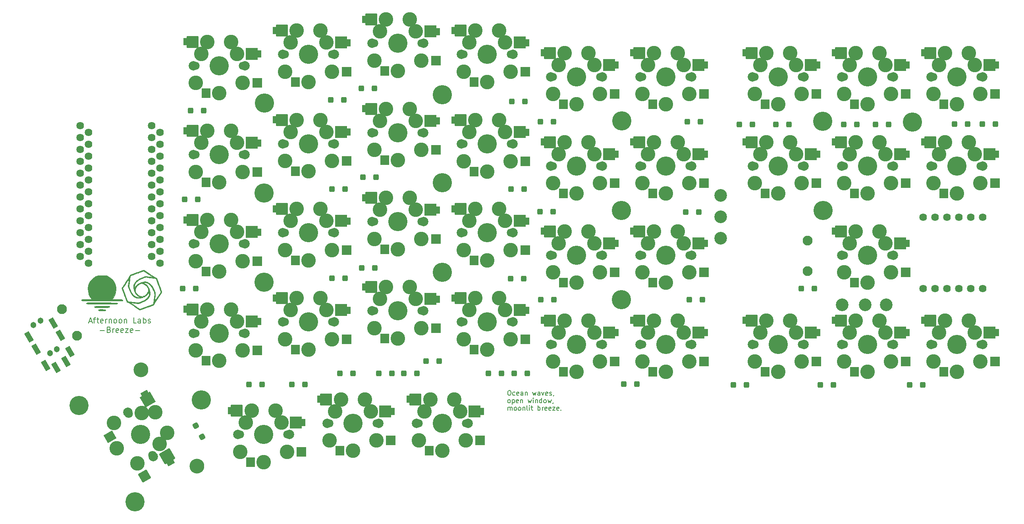
<source format=gts>
G04 #@! TF.GenerationSoftware,KiCad,Pcbnew,7.0.10*
G04 #@! TF.CreationDate,2024-03-31T17:07:34-04:00*
G04 #@! TF.ProjectId,Breeze,42726565-7a65-42e6-9b69-6361645f7063,Rev1.2*
G04 #@! TF.SameCoordinates,Original*
G04 #@! TF.FileFunction,Soldermask,Top*
G04 #@! TF.FilePolarity,Negative*
%FSLAX46Y46*%
G04 Gerber Fmt 4.6, Leading zero omitted, Abs format (unit mm)*
G04 Created by KiCad (PCBNEW 7.0.10) date 2024-03-31 17:07:34*
%MOMM*%
%LPD*%
G01*
G04 APERTURE LIST*
G04 Aperture macros list*
%AMRoundRect*
0 Rectangle with rounded corners*
0 $1 Rounding radius*
0 $2 $3 $4 $5 $6 $7 $8 $9 X,Y pos of 4 corners*
0 Add a 4 corners polygon primitive as box body*
4,1,4,$2,$3,$4,$5,$6,$7,$8,$9,$2,$3,0*
0 Add four circle primitives for the rounded corners*
1,1,$1+$1,$2,$3*
1,1,$1+$1,$4,$5*
1,1,$1+$1,$6,$7*
1,1,$1+$1,$8,$9*
0 Add four rect primitives between the rounded corners*
20,1,$1+$1,$2,$3,$4,$5,0*
20,1,$1+$1,$4,$5,$6,$7,0*
20,1,$1+$1,$6,$7,$8,$9,0*
20,1,$1+$1,$8,$9,$2,$3,0*%
G04 Aperture macros list end*
%ADD10C,0.150000*%
%ADD11C,0.200000*%
%ADD12C,0.010000*%
%ADD13RoundRect,0.273091X-0.327709X-0.327709X0.327709X-0.327709X0.327709X0.327709X-0.327709X0.327709X0*%
%ADD14RoundRect,0.273091X0.447659X-0.119950X0.119950X0.447659X-0.447659X0.119950X-0.119950X-0.447659X0*%
%ADD15C,2.101600*%
%ADD16C,1.301600*%
%ADD17RoundRect,0.050800X0.091987X-1.159327X0.958013X-0.659327X-0.091987X1.159327X-0.958013X0.659327X0*%
%ADD18C,1.625600*%
%ADD19C,2.001600*%
%ADD20C,1.801600*%
%ADD21C,3.101600*%
%ADD22C,0.201600*%
%ADD23C,4.101600*%
%ADD24RoundRect,0.050800X-0.350000X-0.750000X0.350000X-0.750000X0.350000X0.750000X-0.350000X0.750000X0*%
%ADD25RoundRect,0.050800X1.200000X1.200000X-1.200000X1.200000X-1.200000X-1.200000X1.200000X-1.200000X0*%
%ADD26RoundRect,0.050800X1.000000X1.000000X-1.000000X1.000000X-1.000000X-1.000000X1.000000X-1.000000X0*%
%ADD27RoundRect,0.050800X0.900000X1.000000X-0.900000X1.000000X-0.900000X-1.000000X0.900000X-1.000000X0*%
%ADD28RoundRect,0.050800X1.250000X1.250000X-1.250000X1.250000X-1.250000X-1.250000X1.250000X-1.250000X0*%
%ADD29RoundRect,0.050800X-0.824519X-0.071891X-0.474519X-0.678109X0.824519X0.071891X0.474519X0.678109X0*%
%ADD30RoundRect,0.050800X1.639230X-0.439230X0.439230X1.639230X-1.639230X0.439230X-0.439230X-1.639230X0*%
%ADD31RoundRect,0.050800X1.366025X-0.366025X0.366025X1.366025X-1.366025X0.366025X-0.366025X-1.366025X0*%
%ADD32RoundRect,0.050800X1.316025X-0.279423X0.416025X1.279423X-1.316025X0.279423X-0.416025X-1.279423X0*%
%ADD33RoundRect,0.050800X1.707532X-0.457532X0.457532X1.707532X-1.707532X0.457532X-0.457532X-1.707532X0*%
%ADD34C,3.149600*%
%ADD35C,4.089400*%
%ADD36C,2.701600*%
G04 APERTURE END LIST*
D10*
X208107255Y-177611819D02*
X208297731Y-177611819D01*
X208297731Y-177611819D02*
X208392969Y-177659438D01*
X208392969Y-177659438D02*
X208488207Y-177754676D01*
X208488207Y-177754676D02*
X208535826Y-177945152D01*
X208535826Y-177945152D02*
X208535826Y-178278485D01*
X208535826Y-178278485D02*
X208488207Y-178468961D01*
X208488207Y-178468961D02*
X208392969Y-178564200D01*
X208392969Y-178564200D02*
X208297731Y-178611819D01*
X208297731Y-178611819D02*
X208107255Y-178611819D01*
X208107255Y-178611819D02*
X208012017Y-178564200D01*
X208012017Y-178564200D02*
X207916779Y-178468961D01*
X207916779Y-178468961D02*
X207869160Y-178278485D01*
X207869160Y-178278485D02*
X207869160Y-177945152D01*
X207869160Y-177945152D02*
X207916779Y-177754676D01*
X207916779Y-177754676D02*
X208012017Y-177659438D01*
X208012017Y-177659438D02*
X208107255Y-177611819D01*
X209392969Y-178564200D02*
X209297731Y-178611819D01*
X209297731Y-178611819D02*
X209107255Y-178611819D01*
X209107255Y-178611819D02*
X209012017Y-178564200D01*
X209012017Y-178564200D02*
X208964398Y-178516580D01*
X208964398Y-178516580D02*
X208916779Y-178421342D01*
X208916779Y-178421342D02*
X208916779Y-178135628D01*
X208916779Y-178135628D02*
X208964398Y-178040390D01*
X208964398Y-178040390D02*
X209012017Y-177992771D01*
X209012017Y-177992771D02*
X209107255Y-177945152D01*
X209107255Y-177945152D02*
X209297731Y-177945152D01*
X209297731Y-177945152D02*
X209392969Y-177992771D01*
X210202493Y-178564200D02*
X210107255Y-178611819D01*
X210107255Y-178611819D02*
X209916779Y-178611819D01*
X209916779Y-178611819D02*
X209821541Y-178564200D01*
X209821541Y-178564200D02*
X209773922Y-178468961D01*
X209773922Y-178468961D02*
X209773922Y-178088009D01*
X209773922Y-178088009D02*
X209821541Y-177992771D01*
X209821541Y-177992771D02*
X209916779Y-177945152D01*
X209916779Y-177945152D02*
X210107255Y-177945152D01*
X210107255Y-177945152D02*
X210202493Y-177992771D01*
X210202493Y-177992771D02*
X210250112Y-178088009D01*
X210250112Y-178088009D02*
X210250112Y-178183247D01*
X210250112Y-178183247D02*
X209773922Y-178278485D01*
X211107255Y-178611819D02*
X211107255Y-178088009D01*
X211107255Y-178088009D02*
X211059636Y-177992771D01*
X211059636Y-177992771D02*
X210964398Y-177945152D01*
X210964398Y-177945152D02*
X210773922Y-177945152D01*
X210773922Y-177945152D02*
X210678684Y-177992771D01*
X211107255Y-178564200D02*
X211012017Y-178611819D01*
X211012017Y-178611819D02*
X210773922Y-178611819D01*
X210773922Y-178611819D02*
X210678684Y-178564200D01*
X210678684Y-178564200D02*
X210631065Y-178468961D01*
X210631065Y-178468961D02*
X210631065Y-178373723D01*
X210631065Y-178373723D02*
X210678684Y-178278485D01*
X210678684Y-178278485D02*
X210773922Y-178230866D01*
X210773922Y-178230866D02*
X211012017Y-178230866D01*
X211012017Y-178230866D02*
X211107255Y-178183247D01*
X211583446Y-177945152D02*
X211583446Y-178611819D01*
X211583446Y-178040390D02*
X211631065Y-177992771D01*
X211631065Y-177992771D02*
X211726303Y-177945152D01*
X211726303Y-177945152D02*
X211869160Y-177945152D01*
X211869160Y-177945152D02*
X211964398Y-177992771D01*
X211964398Y-177992771D02*
X212012017Y-178088009D01*
X212012017Y-178088009D02*
X212012017Y-178611819D01*
X213154875Y-177945152D02*
X213345351Y-178611819D01*
X213345351Y-178611819D02*
X213535827Y-178135628D01*
X213535827Y-178135628D02*
X213726303Y-178611819D01*
X213726303Y-178611819D02*
X213916779Y-177945152D01*
X214726303Y-178611819D02*
X214726303Y-178088009D01*
X214726303Y-178088009D02*
X214678684Y-177992771D01*
X214678684Y-177992771D02*
X214583446Y-177945152D01*
X214583446Y-177945152D02*
X214392970Y-177945152D01*
X214392970Y-177945152D02*
X214297732Y-177992771D01*
X214726303Y-178564200D02*
X214631065Y-178611819D01*
X214631065Y-178611819D02*
X214392970Y-178611819D01*
X214392970Y-178611819D02*
X214297732Y-178564200D01*
X214297732Y-178564200D02*
X214250113Y-178468961D01*
X214250113Y-178468961D02*
X214250113Y-178373723D01*
X214250113Y-178373723D02*
X214297732Y-178278485D01*
X214297732Y-178278485D02*
X214392970Y-178230866D01*
X214392970Y-178230866D02*
X214631065Y-178230866D01*
X214631065Y-178230866D02*
X214726303Y-178183247D01*
X215107256Y-177945152D02*
X215345351Y-178611819D01*
X215345351Y-178611819D02*
X215583446Y-177945152D01*
X216345351Y-178564200D02*
X216250113Y-178611819D01*
X216250113Y-178611819D02*
X216059637Y-178611819D01*
X216059637Y-178611819D02*
X215964399Y-178564200D01*
X215964399Y-178564200D02*
X215916780Y-178468961D01*
X215916780Y-178468961D02*
X215916780Y-178088009D01*
X215916780Y-178088009D02*
X215964399Y-177992771D01*
X215964399Y-177992771D02*
X216059637Y-177945152D01*
X216059637Y-177945152D02*
X216250113Y-177945152D01*
X216250113Y-177945152D02*
X216345351Y-177992771D01*
X216345351Y-177992771D02*
X216392970Y-178088009D01*
X216392970Y-178088009D02*
X216392970Y-178183247D01*
X216392970Y-178183247D02*
X215916780Y-178278485D01*
X216773923Y-178564200D02*
X216869161Y-178611819D01*
X216869161Y-178611819D02*
X217059637Y-178611819D01*
X217059637Y-178611819D02*
X217154875Y-178564200D01*
X217154875Y-178564200D02*
X217202494Y-178468961D01*
X217202494Y-178468961D02*
X217202494Y-178421342D01*
X217202494Y-178421342D02*
X217154875Y-178326104D01*
X217154875Y-178326104D02*
X217059637Y-178278485D01*
X217059637Y-178278485D02*
X216916780Y-178278485D01*
X216916780Y-178278485D02*
X216821542Y-178230866D01*
X216821542Y-178230866D02*
X216773923Y-178135628D01*
X216773923Y-178135628D02*
X216773923Y-178088009D01*
X216773923Y-178088009D02*
X216821542Y-177992771D01*
X216821542Y-177992771D02*
X216916780Y-177945152D01*
X216916780Y-177945152D02*
X217059637Y-177945152D01*
X217059637Y-177945152D02*
X217154875Y-177992771D01*
X217678685Y-178564200D02*
X217678685Y-178611819D01*
X217678685Y-178611819D02*
X217631066Y-178707057D01*
X217631066Y-178707057D02*
X217583447Y-178754676D01*
X208059636Y-180221819D02*
X207964398Y-180174200D01*
X207964398Y-180174200D02*
X207916779Y-180126580D01*
X207916779Y-180126580D02*
X207869160Y-180031342D01*
X207869160Y-180031342D02*
X207869160Y-179745628D01*
X207869160Y-179745628D02*
X207916779Y-179650390D01*
X207916779Y-179650390D02*
X207964398Y-179602771D01*
X207964398Y-179602771D02*
X208059636Y-179555152D01*
X208059636Y-179555152D02*
X208202493Y-179555152D01*
X208202493Y-179555152D02*
X208297731Y-179602771D01*
X208297731Y-179602771D02*
X208345350Y-179650390D01*
X208345350Y-179650390D02*
X208392969Y-179745628D01*
X208392969Y-179745628D02*
X208392969Y-180031342D01*
X208392969Y-180031342D02*
X208345350Y-180126580D01*
X208345350Y-180126580D02*
X208297731Y-180174200D01*
X208297731Y-180174200D02*
X208202493Y-180221819D01*
X208202493Y-180221819D02*
X208059636Y-180221819D01*
X208821541Y-179555152D02*
X208821541Y-180555152D01*
X208821541Y-179602771D02*
X208916779Y-179555152D01*
X208916779Y-179555152D02*
X209107255Y-179555152D01*
X209107255Y-179555152D02*
X209202493Y-179602771D01*
X209202493Y-179602771D02*
X209250112Y-179650390D01*
X209250112Y-179650390D02*
X209297731Y-179745628D01*
X209297731Y-179745628D02*
X209297731Y-180031342D01*
X209297731Y-180031342D02*
X209250112Y-180126580D01*
X209250112Y-180126580D02*
X209202493Y-180174200D01*
X209202493Y-180174200D02*
X209107255Y-180221819D01*
X209107255Y-180221819D02*
X208916779Y-180221819D01*
X208916779Y-180221819D02*
X208821541Y-180174200D01*
X210107255Y-180174200D02*
X210012017Y-180221819D01*
X210012017Y-180221819D02*
X209821541Y-180221819D01*
X209821541Y-180221819D02*
X209726303Y-180174200D01*
X209726303Y-180174200D02*
X209678684Y-180078961D01*
X209678684Y-180078961D02*
X209678684Y-179698009D01*
X209678684Y-179698009D02*
X209726303Y-179602771D01*
X209726303Y-179602771D02*
X209821541Y-179555152D01*
X209821541Y-179555152D02*
X210012017Y-179555152D01*
X210012017Y-179555152D02*
X210107255Y-179602771D01*
X210107255Y-179602771D02*
X210154874Y-179698009D01*
X210154874Y-179698009D02*
X210154874Y-179793247D01*
X210154874Y-179793247D02*
X209678684Y-179888485D01*
X210583446Y-179555152D02*
X210583446Y-180221819D01*
X210583446Y-179650390D02*
X210631065Y-179602771D01*
X210631065Y-179602771D02*
X210726303Y-179555152D01*
X210726303Y-179555152D02*
X210869160Y-179555152D01*
X210869160Y-179555152D02*
X210964398Y-179602771D01*
X210964398Y-179602771D02*
X211012017Y-179698009D01*
X211012017Y-179698009D02*
X211012017Y-180221819D01*
X212154875Y-179555152D02*
X212345351Y-180221819D01*
X212345351Y-180221819D02*
X212535827Y-179745628D01*
X212535827Y-179745628D02*
X212726303Y-180221819D01*
X212726303Y-180221819D02*
X212916779Y-179555152D01*
X213297732Y-180221819D02*
X213297732Y-179555152D01*
X213297732Y-179221819D02*
X213250113Y-179269438D01*
X213250113Y-179269438D02*
X213297732Y-179317057D01*
X213297732Y-179317057D02*
X213345351Y-179269438D01*
X213345351Y-179269438D02*
X213297732Y-179221819D01*
X213297732Y-179221819D02*
X213297732Y-179317057D01*
X213773922Y-179555152D02*
X213773922Y-180221819D01*
X213773922Y-179650390D02*
X213821541Y-179602771D01*
X213821541Y-179602771D02*
X213916779Y-179555152D01*
X213916779Y-179555152D02*
X214059636Y-179555152D01*
X214059636Y-179555152D02*
X214154874Y-179602771D01*
X214154874Y-179602771D02*
X214202493Y-179698009D01*
X214202493Y-179698009D02*
X214202493Y-180221819D01*
X215107255Y-180221819D02*
X215107255Y-179221819D01*
X215107255Y-180174200D02*
X215012017Y-180221819D01*
X215012017Y-180221819D02*
X214821541Y-180221819D01*
X214821541Y-180221819D02*
X214726303Y-180174200D01*
X214726303Y-180174200D02*
X214678684Y-180126580D01*
X214678684Y-180126580D02*
X214631065Y-180031342D01*
X214631065Y-180031342D02*
X214631065Y-179745628D01*
X214631065Y-179745628D02*
X214678684Y-179650390D01*
X214678684Y-179650390D02*
X214726303Y-179602771D01*
X214726303Y-179602771D02*
X214821541Y-179555152D01*
X214821541Y-179555152D02*
X215012017Y-179555152D01*
X215012017Y-179555152D02*
X215107255Y-179602771D01*
X215726303Y-180221819D02*
X215631065Y-180174200D01*
X215631065Y-180174200D02*
X215583446Y-180126580D01*
X215583446Y-180126580D02*
X215535827Y-180031342D01*
X215535827Y-180031342D02*
X215535827Y-179745628D01*
X215535827Y-179745628D02*
X215583446Y-179650390D01*
X215583446Y-179650390D02*
X215631065Y-179602771D01*
X215631065Y-179602771D02*
X215726303Y-179555152D01*
X215726303Y-179555152D02*
X215869160Y-179555152D01*
X215869160Y-179555152D02*
X215964398Y-179602771D01*
X215964398Y-179602771D02*
X216012017Y-179650390D01*
X216012017Y-179650390D02*
X216059636Y-179745628D01*
X216059636Y-179745628D02*
X216059636Y-180031342D01*
X216059636Y-180031342D02*
X216012017Y-180126580D01*
X216012017Y-180126580D02*
X215964398Y-180174200D01*
X215964398Y-180174200D02*
X215869160Y-180221819D01*
X215869160Y-180221819D02*
X215726303Y-180221819D01*
X216392970Y-179555152D02*
X216583446Y-180221819D01*
X216583446Y-180221819D02*
X216773922Y-179745628D01*
X216773922Y-179745628D02*
X216964398Y-180221819D01*
X216964398Y-180221819D02*
X217154874Y-179555152D01*
X217583446Y-180174200D02*
X217583446Y-180221819D01*
X217583446Y-180221819D02*
X217535827Y-180317057D01*
X217535827Y-180317057D02*
X217488208Y-180364676D01*
X207916779Y-181831819D02*
X207916779Y-181165152D01*
X207916779Y-181260390D02*
X207964398Y-181212771D01*
X207964398Y-181212771D02*
X208059636Y-181165152D01*
X208059636Y-181165152D02*
X208202493Y-181165152D01*
X208202493Y-181165152D02*
X208297731Y-181212771D01*
X208297731Y-181212771D02*
X208345350Y-181308009D01*
X208345350Y-181308009D02*
X208345350Y-181831819D01*
X208345350Y-181308009D02*
X208392969Y-181212771D01*
X208392969Y-181212771D02*
X208488207Y-181165152D01*
X208488207Y-181165152D02*
X208631064Y-181165152D01*
X208631064Y-181165152D02*
X208726303Y-181212771D01*
X208726303Y-181212771D02*
X208773922Y-181308009D01*
X208773922Y-181308009D02*
X208773922Y-181831819D01*
X209392969Y-181831819D02*
X209297731Y-181784200D01*
X209297731Y-181784200D02*
X209250112Y-181736580D01*
X209250112Y-181736580D02*
X209202493Y-181641342D01*
X209202493Y-181641342D02*
X209202493Y-181355628D01*
X209202493Y-181355628D02*
X209250112Y-181260390D01*
X209250112Y-181260390D02*
X209297731Y-181212771D01*
X209297731Y-181212771D02*
X209392969Y-181165152D01*
X209392969Y-181165152D02*
X209535826Y-181165152D01*
X209535826Y-181165152D02*
X209631064Y-181212771D01*
X209631064Y-181212771D02*
X209678683Y-181260390D01*
X209678683Y-181260390D02*
X209726302Y-181355628D01*
X209726302Y-181355628D02*
X209726302Y-181641342D01*
X209726302Y-181641342D02*
X209678683Y-181736580D01*
X209678683Y-181736580D02*
X209631064Y-181784200D01*
X209631064Y-181784200D02*
X209535826Y-181831819D01*
X209535826Y-181831819D02*
X209392969Y-181831819D01*
X210297731Y-181831819D02*
X210202493Y-181784200D01*
X210202493Y-181784200D02*
X210154874Y-181736580D01*
X210154874Y-181736580D02*
X210107255Y-181641342D01*
X210107255Y-181641342D02*
X210107255Y-181355628D01*
X210107255Y-181355628D02*
X210154874Y-181260390D01*
X210154874Y-181260390D02*
X210202493Y-181212771D01*
X210202493Y-181212771D02*
X210297731Y-181165152D01*
X210297731Y-181165152D02*
X210440588Y-181165152D01*
X210440588Y-181165152D02*
X210535826Y-181212771D01*
X210535826Y-181212771D02*
X210583445Y-181260390D01*
X210583445Y-181260390D02*
X210631064Y-181355628D01*
X210631064Y-181355628D02*
X210631064Y-181641342D01*
X210631064Y-181641342D02*
X210583445Y-181736580D01*
X210583445Y-181736580D02*
X210535826Y-181784200D01*
X210535826Y-181784200D02*
X210440588Y-181831819D01*
X210440588Y-181831819D02*
X210297731Y-181831819D01*
X211059636Y-181165152D02*
X211059636Y-181831819D01*
X211059636Y-181260390D02*
X211107255Y-181212771D01*
X211107255Y-181212771D02*
X211202493Y-181165152D01*
X211202493Y-181165152D02*
X211345350Y-181165152D01*
X211345350Y-181165152D02*
X211440588Y-181212771D01*
X211440588Y-181212771D02*
X211488207Y-181308009D01*
X211488207Y-181308009D02*
X211488207Y-181831819D01*
X212107255Y-181831819D02*
X212012017Y-181784200D01*
X212012017Y-181784200D02*
X211964398Y-181688961D01*
X211964398Y-181688961D02*
X211964398Y-180831819D01*
X212488208Y-181831819D02*
X212488208Y-181165152D01*
X212488208Y-180831819D02*
X212440589Y-180879438D01*
X212440589Y-180879438D02*
X212488208Y-180927057D01*
X212488208Y-180927057D02*
X212535827Y-180879438D01*
X212535827Y-180879438D02*
X212488208Y-180831819D01*
X212488208Y-180831819D02*
X212488208Y-180927057D01*
X212821541Y-181165152D02*
X213202493Y-181165152D01*
X212964398Y-180831819D02*
X212964398Y-181688961D01*
X212964398Y-181688961D02*
X213012017Y-181784200D01*
X213012017Y-181784200D02*
X213107255Y-181831819D01*
X213107255Y-181831819D02*
X213202493Y-181831819D01*
X214297732Y-181831819D02*
X214297732Y-180831819D01*
X214297732Y-181212771D02*
X214392970Y-181165152D01*
X214392970Y-181165152D02*
X214583446Y-181165152D01*
X214583446Y-181165152D02*
X214678684Y-181212771D01*
X214678684Y-181212771D02*
X214726303Y-181260390D01*
X214726303Y-181260390D02*
X214773922Y-181355628D01*
X214773922Y-181355628D02*
X214773922Y-181641342D01*
X214773922Y-181641342D02*
X214726303Y-181736580D01*
X214726303Y-181736580D02*
X214678684Y-181784200D01*
X214678684Y-181784200D02*
X214583446Y-181831819D01*
X214583446Y-181831819D02*
X214392970Y-181831819D01*
X214392970Y-181831819D02*
X214297732Y-181784200D01*
X215202494Y-181831819D02*
X215202494Y-181165152D01*
X215202494Y-181355628D02*
X215250113Y-181260390D01*
X215250113Y-181260390D02*
X215297732Y-181212771D01*
X215297732Y-181212771D02*
X215392970Y-181165152D01*
X215392970Y-181165152D02*
X215488208Y-181165152D01*
X216202494Y-181784200D02*
X216107256Y-181831819D01*
X216107256Y-181831819D02*
X215916780Y-181831819D01*
X215916780Y-181831819D02*
X215821542Y-181784200D01*
X215821542Y-181784200D02*
X215773923Y-181688961D01*
X215773923Y-181688961D02*
X215773923Y-181308009D01*
X215773923Y-181308009D02*
X215821542Y-181212771D01*
X215821542Y-181212771D02*
X215916780Y-181165152D01*
X215916780Y-181165152D02*
X216107256Y-181165152D01*
X216107256Y-181165152D02*
X216202494Y-181212771D01*
X216202494Y-181212771D02*
X216250113Y-181308009D01*
X216250113Y-181308009D02*
X216250113Y-181403247D01*
X216250113Y-181403247D02*
X215773923Y-181498485D01*
X217059637Y-181784200D02*
X216964399Y-181831819D01*
X216964399Y-181831819D02*
X216773923Y-181831819D01*
X216773923Y-181831819D02*
X216678685Y-181784200D01*
X216678685Y-181784200D02*
X216631066Y-181688961D01*
X216631066Y-181688961D02*
X216631066Y-181308009D01*
X216631066Y-181308009D02*
X216678685Y-181212771D01*
X216678685Y-181212771D02*
X216773923Y-181165152D01*
X216773923Y-181165152D02*
X216964399Y-181165152D01*
X216964399Y-181165152D02*
X217059637Y-181212771D01*
X217059637Y-181212771D02*
X217107256Y-181308009D01*
X217107256Y-181308009D02*
X217107256Y-181403247D01*
X217107256Y-181403247D02*
X216631066Y-181498485D01*
X217440590Y-181165152D02*
X217964399Y-181165152D01*
X217964399Y-181165152D02*
X217440590Y-181831819D01*
X217440590Y-181831819D02*
X217964399Y-181831819D01*
X218726304Y-181784200D02*
X218631066Y-181831819D01*
X218631066Y-181831819D02*
X218440590Y-181831819D01*
X218440590Y-181831819D02*
X218345352Y-181784200D01*
X218345352Y-181784200D02*
X218297733Y-181688961D01*
X218297733Y-181688961D02*
X218297733Y-181308009D01*
X218297733Y-181308009D02*
X218345352Y-181212771D01*
X218345352Y-181212771D02*
X218440590Y-181165152D01*
X218440590Y-181165152D02*
X218631066Y-181165152D01*
X218631066Y-181165152D02*
X218726304Y-181212771D01*
X218726304Y-181212771D02*
X218773923Y-181308009D01*
X218773923Y-181308009D02*
X218773923Y-181403247D01*
X218773923Y-181403247D02*
X218297733Y-181498485D01*
X219202495Y-181736580D02*
X219250114Y-181784200D01*
X219250114Y-181784200D02*
X219202495Y-181831819D01*
X219202495Y-181831819D02*
X219154876Y-181784200D01*
X219154876Y-181784200D02*
X219202495Y-181736580D01*
X219202495Y-181736580D02*
X219202495Y-181831819D01*
D11*
X118608144Y-162844885D02*
X119179573Y-162844885D01*
X118493858Y-163187742D02*
X118893858Y-161987742D01*
X118893858Y-161987742D02*
X119293858Y-163187742D01*
X119522429Y-162387742D02*
X119979572Y-162387742D01*
X119693858Y-163187742D02*
X119693858Y-162159171D01*
X119693858Y-162159171D02*
X119751001Y-162044885D01*
X119751001Y-162044885D02*
X119865286Y-161987742D01*
X119865286Y-161987742D02*
X119979572Y-161987742D01*
X120208143Y-162387742D02*
X120665286Y-162387742D01*
X120379572Y-161987742D02*
X120379572Y-163016314D01*
X120379572Y-163016314D02*
X120436715Y-163130600D01*
X120436715Y-163130600D02*
X120551000Y-163187742D01*
X120551000Y-163187742D02*
X120665286Y-163187742D01*
X121522429Y-163130600D02*
X121408143Y-163187742D01*
X121408143Y-163187742D02*
X121179572Y-163187742D01*
X121179572Y-163187742D02*
X121065286Y-163130600D01*
X121065286Y-163130600D02*
X121008143Y-163016314D01*
X121008143Y-163016314D02*
X121008143Y-162559171D01*
X121008143Y-162559171D02*
X121065286Y-162444885D01*
X121065286Y-162444885D02*
X121179572Y-162387742D01*
X121179572Y-162387742D02*
X121408143Y-162387742D01*
X121408143Y-162387742D02*
X121522429Y-162444885D01*
X121522429Y-162444885D02*
X121579572Y-162559171D01*
X121579572Y-162559171D02*
X121579572Y-162673457D01*
X121579572Y-162673457D02*
X121008143Y-162787742D01*
X122093857Y-163187742D02*
X122093857Y-162387742D01*
X122093857Y-162616314D02*
X122151000Y-162502028D01*
X122151000Y-162502028D02*
X122208143Y-162444885D01*
X122208143Y-162444885D02*
X122322428Y-162387742D01*
X122322428Y-162387742D02*
X122436714Y-162387742D01*
X122836714Y-162387742D02*
X122836714Y-163187742D01*
X122836714Y-162502028D02*
X122893857Y-162444885D01*
X122893857Y-162444885D02*
X123008142Y-162387742D01*
X123008142Y-162387742D02*
X123179571Y-162387742D01*
X123179571Y-162387742D02*
X123293857Y-162444885D01*
X123293857Y-162444885D02*
X123351000Y-162559171D01*
X123351000Y-162559171D02*
X123351000Y-163187742D01*
X124093856Y-163187742D02*
X123979571Y-163130600D01*
X123979571Y-163130600D02*
X123922428Y-163073457D01*
X123922428Y-163073457D02*
X123865285Y-162959171D01*
X123865285Y-162959171D02*
X123865285Y-162616314D01*
X123865285Y-162616314D02*
X123922428Y-162502028D01*
X123922428Y-162502028D02*
X123979571Y-162444885D01*
X123979571Y-162444885D02*
X124093856Y-162387742D01*
X124093856Y-162387742D02*
X124265285Y-162387742D01*
X124265285Y-162387742D02*
X124379571Y-162444885D01*
X124379571Y-162444885D02*
X124436714Y-162502028D01*
X124436714Y-162502028D02*
X124493856Y-162616314D01*
X124493856Y-162616314D02*
X124493856Y-162959171D01*
X124493856Y-162959171D02*
X124436714Y-163073457D01*
X124436714Y-163073457D02*
X124379571Y-163130600D01*
X124379571Y-163130600D02*
X124265285Y-163187742D01*
X124265285Y-163187742D02*
X124093856Y-163187742D01*
X125179570Y-163187742D02*
X125065285Y-163130600D01*
X125065285Y-163130600D02*
X125008142Y-163073457D01*
X125008142Y-163073457D02*
X124950999Y-162959171D01*
X124950999Y-162959171D02*
X124950999Y-162616314D01*
X124950999Y-162616314D02*
X125008142Y-162502028D01*
X125008142Y-162502028D02*
X125065285Y-162444885D01*
X125065285Y-162444885D02*
X125179570Y-162387742D01*
X125179570Y-162387742D02*
X125350999Y-162387742D01*
X125350999Y-162387742D02*
X125465285Y-162444885D01*
X125465285Y-162444885D02*
X125522428Y-162502028D01*
X125522428Y-162502028D02*
X125579570Y-162616314D01*
X125579570Y-162616314D02*
X125579570Y-162959171D01*
X125579570Y-162959171D02*
X125522428Y-163073457D01*
X125522428Y-163073457D02*
X125465285Y-163130600D01*
X125465285Y-163130600D02*
X125350999Y-163187742D01*
X125350999Y-163187742D02*
X125179570Y-163187742D01*
X126093856Y-162387742D02*
X126093856Y-163187742D01*
X126093856Y-162502028D02*
X126150999Y-162444885D01*
X126150999Y-162444885D02*
X126265284Y-162387742D01*
X126265284Y-162387742D02*
X126436713Y-162387742D01*
X126436713Y-162387742D02*
X126550999Y-162444885D01*
X126550999Y-162444885D02*
X126608142Y-162559171D01*
X126608142Y-162559171D02*
X126608142Y-163187742D01*
X128665284Y-163187742D02*
X128093856Y-163187742D01*
X128093856Y-163187742D02*
X128093856Y-161987742D01*
X129579571Y-163187742D02*
X129579571Y-162559171D01*
X129579571Y-162559171D02*
X129522428Y-162444885D01*
X129522428Y-162444885D02*
X129408142Y-162387742D01*
X129408142Y-162387742D02*
X129179571Y-162387742D01*
X129179571Y-162387742D02*
X129065285Y-162444885D01*
X129579571Y-163130600D02*
X129465285Y-163187742D01*
X129465285Y-163187742D02*
X129179571Y-163187742D01*
X129179571Y-163187742D02*
X129065285Y-163130600D01*
X129065285Y-163130600D02*
X129008142Y-163016314D01*
X129008142Y-163016314D02*
X129008142Y-162902028D01*
X129008142Y-162902028D02*
X129065285Y-162787742D01*
X129065285Y-162787742D02*
X129179571Y-162730600D01*
X129179571Y-162730600D02*
X129465285Y-162730600D01*
X129465285Y-162730600D02*
X129579571Y-162673457D01*
X130150999Y-163187742D02*
X130150999Y-161987742D01*
X130150999Y-162444885D02*
X130265285Y-162387742D01*
X130265285Y-162387742D02*
X130493856Y-162387742D01*
X130493856Y-162387742D02*
X130608142Y-162444885D01*
X130608142Y-162444885D02*
X130665285Y-162502028D01*
X130665285Y-162502028D02*
X130722427Y-162616314D01*
X130722427Y-162616314D02*
X130722427Y-162959171D01*
X130722427Y-162959171D02*
X130665285Y-163073457D01*
X130665285Y-163073457D02*
X130608142Y-163130600D01*
X130608142Y-163130600D02*
X130493856Y-163187742D01*
X130493856Y-163187742D02*
X130265285Y-163187742D01*
X130265285Y-163187742D02*
X130150999Y-163130600D01*
X131179570Y-163130600D02*
X131293856Y-163187742D01*
X131293856Y-163187742D02*
X131522427Y-163187742D01*
X131522427Y-163187742D02*
X131636713Y-163130600D01*
X131636713Y-163130600D02*
X131693856Y-163016314D01*
X131693856Y-163016314D02*
X131693856Y-162959171D01*
X131693856Y-162959171D02*
X131636713Y-162844885D01*
X131636713Y-162844885D02*
X131522427Y-162787742D01*
X131522427Y-162787742D02*
X131350999Y-162787742D01*
X131350999Y-162787742D02*
X131236713Y-162730600D01*
X131236713Y-162730600D02*
X131179570Y-162616314D01*
X131179570Y-162616314D02*
X131179570Y-162559171D01*
X131179570Y-162559171D02*
X131236713Y-162444885D01*
X131236713Y-162444885D02*
X131350999Y-162387742D01*
X131350999Y-162387742D02*
X131522427Y-162387742D01*
X131522427Y-162387742D02*
X131636713Y-162444885D01*
X120951001Y-164762600D02*
X121865287Y-164762600D01*
X122836715Y-164591171D02*
X123008143Y-164648314D01*
X123008143Y-164648314D02*
X123065286Y-164705457D01*
X123065286Y-164705457D02*
X123122429Y-164819742D01*
X123122429Y-164819742D02*
X123122429Y-164991171D01*
X123122429Y-164991171D02*
X123065286Y-165105457D01*
X123065286Y-165105457D02*
X123008143Y-165162600D01*
X123008143Y-165162600D02*
X122893858Y-165219742D01*
X122893858Y-165219742D02*
X122436715Y-165219742D01*
X122436715Y-165219742D02*
X122436715Y-164019742D01*
X122436715Y-164019742D02*
X122836715Y-164019742D01*
X122836715Y-164019742D02*
X122951001Y-164076885D01*
X122951001Y-164076885D02*
X123008143Y-164134028D01*
X123008143Y-164134028D02*
X123065286Y-164248314D01*
X123065286Y-164248314D02*
X123065286Y-164362600D01*
X123065286Y-164362600D02*
X123008143Y-164476885D01*
X123008143Y-164476885D02*
X122951001Y-164534028D01*
X122951001Y-164534028D02*
X122836715Y-164591171D01*
X122836715Y-164591171D02*
X122436715Y-164591171D01*
X123636715Y-165219742D02*
X123636715Y-164419742D01*
X123636715Y-164648314D02*
X123693858Y-164534028D01*
X123693858Y-164534028D02*
X123751001Y-164476885D01*
X123751001Y-164476885D02*
X123865286Y-164419742D01*
X123865286Y-164419742D02*
X123979572Y-164419742D01*
X124836715Y-165162600D02*
X124722429Y-165219742D01*
X124722429Y-165219742D02*
X124493858Y-165219742D01*
X124493858Y-165219742D02*
X124379572Y-165162600D01*
X124379572Y-165162600D02*
X124322429Y-165048314D01*
X124322429Y-165048314D02*
X124322429Y-164591171D01*
X124322429Y-164591171D02*
X124379572Y-164476885D01*
X124379572Y-164476885D02*
X124493858Y-164419742D01*
X124493858Y-164419742D02*
X124722429Y-164419742D01*
X124722429Y-164419742D02*
X124836715Y-164476885D01*
X124836715Y-164476885D02*
X124893858Y-164591171D01*
X124893858Y-164591171D02*
X124893858Y-164705457D01*
X124893858Y-164705457D02*
X124322429Y-164819742D01*
X125865286Y-165162600D02*
X125751000Y-165219742D01*
X125751000Y-165219742D02*
X125522429Y-165219742D01*
X125522429Y-165219742D02*
X125408143Y-165162600D01*
X125408143Y-165162600D02*
X125351000Y-165048314D01*
X125351000Y-165048314D02*
X125351000Y-164591171D01*
X125351000Y-164591171D02*
X125408143Y-164476885D01*
X125408143Y-164476885D02*
X125522429Y-164419742D01*
X125522429Y-164419742D02*
X125751000Y-164419742D01*
X125751000Y-164419742D02*
X125865286Y-164476885D01*
X125865286Y-164476885D02*
X125922429Y-164591171D01*
X125922429Y-164591171D02*
X125922429Y-164705457D01*
X125922429Y-164705457D02*
X125351000Y-164819742D01*
X126322428Y-164419742D02*
X126951000Y-164419742D01*
X126951000Y-164419742D02*
X126322428Y-165219742D01*
X126322428Y-165219742D02*
X126951000Y-165219742D01*
X127865286Y-165162600D02*
X127751000Y-165219742D01*
X127751000Y-165219742D02*
X127522429Y-165219742D01*
X127522429Y-165219742D02*
X127408143Y-165162600D01*
X127408143Y-165162600D02*
X127351000Y-165048314D01*
X127351000Y-165048314D02*
X127351000Y-164591171D01*
X127351000Y-164591171D02*
X127408143Y-164476885D01*
X127408143Y-164476885D02*
X127522429Y-164419742D01*
X127522429Y-164419742D02*
X127751000Y-164419742D01*
X127751000Y-164419742D02*
X127865286Y-164476885D01*
X127865286Y-164476885D02*
X127922429Y-164591171D01*
X127922429Y-164591171D02*
X127922429Y-164705457D01*
X127922429Y-164705457D02*
X127351000Y-164819742D01*
X128436714Y-164762600D02*
X129351000Y-164762600D01*
D12*
X121376603Y-160255861D02*
X121732147Y-160273480D01*
X121951415Y-160301155D01*
X122067451Y-160346618D01*
X122113296Y-160417600D01*
X122115772Y-160428834D01*
X122112482Y-160499373D01*
X122049600Y-160543325D01*
X121896829Y-160566796D01*
X121623872Y-160575896D01*
X121380872Y-160577000D01*
X120997438Y-160566956D01*
X120718246Y-160539000D01*
X120572359Y-160496392D01*
X120560774Y-160484956D01*
X120541375Y-160368440D01*
X120659802Y-160292983D01*
X120925285Y-160255993D01*
X121347060Y-160254877D01*
X121376603Y-160255861D01*
G36*
X121376603Y-160255861D02*
G01*
X121732147Y-160273480D01*
X121951415Y-160301155D01*
X122067451Y-160346618D01*
X122113296Y-160417600D01*
X122115772Y-160428834D01*
X122112482Y-160499373D01*
X122049600Y-160543325D01*
X121896829Y-160566796D01*
X121623872Y-160575896D01*
X121380872Y-160577000D01*
X120997438Y-160566956D01*
X120718246Y-160539000D01*
X120572359Y-160496392D01*
X120560774Y-160484956D01*
X120541375Y-160368440D01*
X120659802Y-160292983D01*
X120925285Y-160255993D01*
X121347060Y-160254877D01*
X121376603Y-160255861D01*
G37*
X121940940Y-159562036D02*
X122353402Y-159566500D01*
X122639977Y-159576428D01*
X122822387Y-159593854D01*
X122922351Y-159620813D01*
X122961591Y-159659341D01*
X122962281Y-159709167D01*
X122938338Y-159761574D01*
X122874396Y-159800776D01*
X122747808Y-159829184D01*
X122535930Y-159849207D01*
X122216114Y-159863255D01*
X121765716Y-159873737D01*
X121353544Y-159880346D01*
X120737037Y-159884613D01*
X120257448Y-159877798D01*
X119924111Y-159860263D01*
X119746363Y-159832372D01*
X119719807Y-159816846D01*
X119688076Y-159731893D01*
X119723521Y-159667602D01*
X119843760Y-159621260D01*
X120066410Y-159590152D01*
X120409089Y-159571565D01*
X120889414Y-159562786D01*
X121380872Y-159561000D01*
X121940940Y-159562036D01*
G36*
X121940940Y-159562036D02*
G01*
X122353402Y-159566500D01*
X122639977Y-159576428D01*
X122822387Y-159593854D01*
X122922351Y-159620813D01*
X122961591Y-159659341D01*
X122962281Y-159709167D01*
X122938338Y-159761574D01*
X122874396Y-159800776D01*
X122747808Y-159829184D01*
X122535930Y-159849207D01*
X122216114Y-159863255D01*
X121765716Y-159873737D01*
X121353544Y-159880346D01*
X120737037Y-159884613D01*
X120257448Y-159877798D01*
X119924111Y-159860263D01*
X119746363Y-159832372D01*
X119719807Y-159816846D01*
X119688076Y-159731893D01*
X119723521Y-159667602D01*
X119843760Y-159621260D01*
X120066410Y-159590152D01*
X120409089Y-159571565D01*
X120889414Y-159562786D01*
X121380872Y-159561000D01*
X121940940Y-159562036D01*
G37*
X120763610Y-158813539D02*
X121481889Y-158817642D01*
X121495528Y-158817744D01*
X122308483Y-158824333D01*
X122968180Y-158831200D01*
X123490693Y-158839219D01*
X123892095Y-158849262D01*
X124188460Y-158862204D01*
X124395863Y-158878919D01*
X124530377Y-158900280D01*
X124608076Y-158927160D01*
X124645033Y-158960434D01*
X124655569Y-158989500D01*
X124654263Y-159026742D01*
X124624423Y-159057182D01*
X124550761Y-159081502D01*
X124417989Y-159100384D01*
X124210821Y-159114509D01*
X123913970Y-159124560D01*
X123512146Y-159131218D01*
X122990064Y-159135165D01*
X122332436Y-159137083D01*
X121523974Y-159137654D01*
X121333542Y-159137667D01*
X120482044Y-159136996D01*
X119785033Y-159134614D01*
X119227665Y-159129964D01*
X118795096Y-159122492D01*
X118472483Y-159111642D01*
X118244984Y-159096858D01*
X118097755Y-159077586D01*
X118015952Y-159053268D01*
X117984732Y-159023351D01*
X117983000Y-159012280D01*
X118054764Y-158896941D01*
X118173500Y-158840524D01*
X118299584Y-158830575D01*
X118574812Y-158822622D01*
X118979007Y-158816803D01*
X119491991Y-158813258D01*
X120093584Y-158812123D01*
X120763610Y-158813539D01*
G36*
X120763610Y-158813539D02*
G01*
X121481889Y-158817642D01*
X121495528Y-158817744D01*
X122308483Y-158824333D01*
X122968180Y-158831200D01*
X123490693Y-158839219D01*
X123892095Y-158849262D01*
X124188460Y-158862204D01*
X124395863Y-158878919D01*
X124530377Y-158900280D01*
X124608076Y-158927160D01*
X124645033Y-158960434D01*
X124655569Y-158989500D01*
X124654263Y-159026742D01*
X124624423Y-159057182D01*
X124550761Y-159081502D01*
X124417989Y-159100384D01*
X124210821Y-159114509D01*
X123913970Y-159124560D01*
X123512146Y-159131218D01*
X122990064Y-159135165D01*
X122332436Y-159137083D01*
X121523974Y-159137654D01*
X121333542Y-159137667D01*
X120482044Y-159136996D01*
X119785033Y-159134614D01*
X119227665Y-159129964D01*
X118795096Y-159122492D01*
X118472483Y-159111642D01*
X118244984Y-159096858D01*
X118097755Y-159077586D01*
X118015952Y-159053268D01*
X117984732Y-159023351D01*
X117983000Y-159012280D01*
X118054764Y-158896941D01*
X118173500Y-158840524D01*
X118299584Y-158830575D01*
X118574812Y-158822622D01*
X118979007Y-158816803D01*
X119491991Y-158813258D01*
X120093584Y-158812123D01*
X120763610Y-158813539D01*
G37*
X121737940Y-153004442D02*
X122032663Y-153026064D01*
X122264807Y-153073710D01*
X122487674Y-153156870D01*
X122655761Y-153235912D01*
X123147383Y-153553137D01*
X123599477Y-153984240D01*
X123966243Y-154479252D01*
X124165846Y-154883450D01*
X124311258Y-155460846D01*
X124342715Y-156078964D01*
X124266269Y-156692920D01*
X124087967Y-157257832D01*
X123813859Y-157728815D01*
X123776090Y-157775376D01*
X123642846Y-157946103D01*
X123573713Y-158058853D01*
X123571000Y-158070389D01*
X123650296Y-158089892D01*
X123866719Y-158105982D01*
X124188072Y-158117087D01*
X124582161Y-158121633D01*
X124620275Y-158121667D01*
X125081174Y-158125824D01*
X125397257Y-158140056D01*
X125592880Y-158167005D01*
X125692396Y-158209310D01*
X125715108Y-158240389D01*
X125727456Y-158376005D01*
X125710055Y-158409723D01*
X125618023Y-158419517D01*
X125372724Y-158428686D01*
X124990228Y-158437047D01*
X124486601Y-158444413D01*
X123877911Y-158450600D01*
X123180225Y-158455423D01*
X122409611Y-158458697D01*
X121582135Y-158460237D01*
X121313222Y-158460334D01*
X120344839Y-158460201D01*
X119532147Y-158459449D01*
X118861505Y-158457546D01*
X118319271Y-158453961D01*
X117891805Y-158448161D01*
X117565463Y-158439616D01*
X117326604Y-158427795D01*
X117161587Y-158412165D01*
X117056771Y-158392194D01*
X116998512Y-158367353D01*
X116973170Y-158337109D01*
X116967104Y-158300930D01*
X116967000Y-158291000D01*
X116976340Y-158221856D01*
X117022352Y-158174621D01*
X117132031Y-158145139D01*
X117332367Y-158129257D01*
X117650352Y-158122820D01*
X118067108Y-158121667D01*
X119167215Y-158121667D01*
X118872216Y-157735197D01*
X118672343Y-157416916D01*
X118498993Y-157046524D01*
X118439372Y-156874558D01*
X118349374Y-156366603D01*
X118340023Y-155795651D01*
X118407311Y-155232398D01*
X118547228Y-154747542D01*
X118561959Y-154713076D01*
X118832847Y-154256142D01*
X119217699Y-153813301D01*
X119665517Y-153436873D01*
X120004299Y-153233381D01*
X120248401Y-153122638D01*
X120468217Y-153053300D01*
X120716877Y-153015969D01*
X121047513Y-153001248D01*
X121327334Y-152999351D01*
X121737940Y-153004442D01*
G36*
X121737940Y-153004442D02*
G01*
X122032663Y-153026064D01*
X122264807Y-153073710D01*
X122487674Y-153156870D01*
X122655761Y-153235912D01*
X123147383Y-153553137D01*
X123599477Y-153984240D01*
X123966243Y-154479252D01*
X124165846Y-154883450D01*
X124311258Y-155460846D01*
X124342715Y-156078964D01*
X124266269Y-156692920D01*
X124087967Y-157257832D01*
X123813859Y-157728815D01*
X123776090Y-157775376D01*
X123642846Y-157946103D01*
X123573713Y-158058853D01*
X123571000Y-158070389D01*
X123650296Y-158089892D01*
X123866719Y-158105982D01*
X124188072Y-158117087D01*
X124582161Y-158121633D01*
X124620275Y-158121667D01*
X125081174Y-158125824D01*
X125397257Y-158140056D01*
X125592880Y-158167005D01*
X125692396Y-158209310D01*
X125715108Y-158240389D01*
X125727456Y-158376005D01*
X125710055Y-158409723D01*
X125618023Y-158419517D01*
X125372724Y-158428686D01*
X124990228Y-158437047D01*
X124486601Y-158444413D01*
X123877911Y-158450600D01*
X123180225Y-158455423D01*
X122409611Y-158458697D01*
X121582135Y-158460237D01*
X121313222Y-158460334D01*
X120344839Y-158460201D01*
X119532147Y-158459449D01*
X118861505Y-158457546D01*
X118319271Y-158453961D01*
X117891805Y-158448161D01*
X117565463Y-158439616D01*
X117326604Y-158427795D01*
X117161587Y-158412165D01*
X117056771Y-158392194D01*
X116998512Y-158367353D01*
X116973170Y-158337109D01*
X116967104Y-158300930D01*
X116967000Y-158291000D01*
X116976340Y-158221856D01*
X117022352Y-158174621D01*
X117132031Y-158145139D01*
X117332367Y-158129257D01*
X117650352Y-158122820D01*
X118067108Y-158121667D01*
X119167215Y-158121667D01*
X118872216Y-157735197D01*
X118672343Y-157416916D01*
X118498993Y-157046524D01*
X118439372Y-156874558D01*
X118349374Y-156366603D01*
X118340023Y-155795651D01*
X118407311Y-155232398D01*
X118547228Y-154747542D01*
X118561959Y-154713076D01*
X118832847Y-154256142D01*
X119217699Y-153813301D01*
X119665517Y-153436873D01*
X120004299Y-153233381D01*
X120248401Y-153122638D01*
X120468217Y-153053300D01*
X120716877Y-153015969D01*
X121047513Y-153001248D01*
X121327334Y-152999351D01*
X121737940Y-153004442D01*
G37*
G36*
X130291068Y-151835559D02*
G01*
X130317216Y-151843393D01*
X130317253Y-151843409D01*
X130326635Y-151848957D01*
X130348646Y-151862926D01*
X130382599Y-151884864D01*
X130427804Y-151914315D01*
X130483572Y-151950825D01*
X130549217Y-151993940D01*
X130624048Y-152043205D01*
X130707377Y-152098166D01*
X130798517Y-152158370D01*
X130896777Y-152223360D01*
X131001471Y-152292684D01*
X131111908Y-152365887D01*
X131227402Y-152442515D01*
X131347262Y-152522112D01*
X131470801Y-152604226D01*
X131528535Y-152642626D01*
X131679797Y-152743223D01*
X131818302Y-152835273D01*
X131944597Y-152919130D01*
X132059226Y-152995150D01*
X132162736Y-153063686D01*
X132255670Y-153125094D01*
X132338575Y-153179729D01*
X132411996Y-153227945D01*
X132476478Y-153270096D01*
X132532565Y-153306538D01*
X132580804Y-153337625D01*
X132621740Y-153363712D01*
X132655918Y-153385154D01*
X132683882Y-153402305D01*
X132706179Y-153415520D01*
X132723354Y-153425154D01*
X132735951Y-153431561D01*
X132744517Y-153435097D01*
X132748088Y-153436009D01*
X132783572Y-153444544D01*
X132827417Y-153459776D01*
X132874614Y-153479602D01*
X132920157Y-153501920D01*
X132958997Y-153524599D01*
X133002484Y-153557137D01*
X133046417Y-153597061D01*
X133086879Y-153640291D01*
X133119956Y-153682745D01*
X133136569Y-153709719D01*
X133141875Y-153722067D01*
X133152353Y-153748684D01*
X133167715Y-153788796D01*
X133187676Y-153841625D01*
X133211948Y-153906398D01*
X133240245Y-153982337D01*
X133272280Y-154068668D01*
X133307767Y-154164613D01*
X133346418Y-154269399D01*
X133387948Y-154382248D01*
X133432070Y-154502385D01*
X133478497Y-154629034D01*
X133526942Y-154761420D01*
X133577119Y-154898767D01*
X133628742Y-155040299D01*
X133666476Y-155143896D01*
X133729248Y-155316326D01*
X133786772Y-155474364D01*
X133839264Y-155618662D01*
X133886941Y-155749872D01*
X133930017Y-155868645D01*
X133968710Y-155975635D01*
X134003234Y-156071491D01*
X134033807Y-156156868D01*
X134060643Y-156232415D01*
X134083959Y-156298785D01*
X134103971Y-156356630D01*
X134120894Y-156406601D01*
X134134945Y-156449351D01*
X134146339Y-156485531D01*
X134155293Y-156515794D01*
X134162023Y-156540790D01*
X134166744Y-156561172D01*
X134169672Y-156577592D01*
X134171023Y-156590701D01*
X134171014Y-156601151D01*
X134169860Y-156609595D01*
X134167777Y-156616684D01*
X134164981Y-156623069D01*
X134161688Y-156629403D01*
X134159797Y-156632997D01*
X134154196Y-156641942D01*
X134140178Y-156663519D01*
X134118200Y-156697039D01*
X134088717Y-156741814D01*
X134052187Y-156797155D01*
X134009066Y-156862374D01*
X133959810Y-156936782D01*
X133904874Y-157019690D01*
X133844717Y-157110410D01*
X133779793Y-157208253D01*
X133710560Y-157312531D01*
X133637473Y-157422556D01*
X133560989Y-157537638D01*
X133481564Y-157657089D01*
X133399654Y-157780221D01*
X133366430Y-157830151D01*
X133268601Y-157977168D01*
X133179256Y-158111475D01*
X133098003Y-158233681D01*
X133024449Y-158344393D01*
X132958201Y-158444221D01*
X132898865Y-158533771D01*
X132846050Y-158613653D01*
X132799363Y-158684474D01*
X132758411Y-158746842D01*
X132722801Y-158801366D01*
X132692141Y-158848654D01*
X132666037Y-158889314D01*
X132644097Y-158923954D01*
X132625928Y-158953182D01*
X132611138Y-158977607D01*
X132599333Y-158997836D01*
X132590121Y-159014477D01*
X132583110Y-159028140D01*
X132577905Y-159039431D01*
X132574116Y-159048960D01*
X132571348Y-159057334D01*
X132569449Y-159064221D01*
X132537192Y-159159599D01*
X132491587Y-159247155D01*
X132433418Y-159325543D01*
X132391895Y-159368476D01*
X132383883Y-159376300D01*
X132377294Y-159383240D01*
X132371548Y-159389522D01*
X132366069Y-159395369D01*
X132360278Y-159401005D01*
X132353598Y-159406656D01*
X132345450Y-159412546D01*
X132335257Y-159418899D01*
X132322441Y-159425940D01*
X132306423Y-159433892D01*
X132286626Y-159442981D01*
X132262472Y-159453431D01*
X132233383Y-159465467D01*
X132198782Y-159479312D01*
X132158089Y-159495191D01*
X132110727Y-159513329D01*
X132056119Y-159533950D01*
X131993686Y-159557278D01*
X131922850Y-159583539D01*
X131843034Y-159612955D01*
X131753660Y-159645752D01*
X131654149Y-159682155D01*
X131543923Y-159722387D01*
X131422406Y-159766673D01*
X131289018Y-159815238D01*
X131143183Y-159868305D01*
X130984321Y-159926100D01*
X130811855Y-159988846D01*
X130625207Y-160056769D01*
X130533429Y-160090177D01*
X130383451Y-160144772D01*
X130247758Y-160194138D01*
X130125597Y-160238522D01*
X130016214Y-160278172D01*
X129918855Y-160313334D01*
X129832767Y-160344256D01*
X129757195Y-160371183D01*
X129691385Y-160394363D01*
X129634585Y-160414044D01*
X129586039Y-160430470D01*
X129544994Y-160443891D01*
X129510697Y-160454551D01*
X129482394Y-160462699D01*
X129459330Y-160468581D01*
X129440751Y-160472444D01*
X129425905Y-160474535D01*
X129414037Y-160475101D01*
X129404394Y-160474388D01*
X129396221Y-160472643D01*
X129388765Y-160470114D01*
X129381870Y-160467298D01*
X129373616Y-160462218D01*
X129352726Y-160448710D01*
X129319884Y-160427228D01*
X129275769Y-160398222D01*
X129221065Y-160362144D01*
X129156452Y-160319447D01*
X129082613Y-160270581D01*
X129000229Y-160215999D01*
X128909981Y-160156153D01*
X128812552Y-160091493D01*
X128708622Y-160022472D01*
X128598875Y-159949542D01*
X128483990Y-159873154D01*
X128364651Y-159793759D01*
X128241538Y-159711811D01*
X128185493Y-159674490D01*
X127121302Y-158965766D01*
X127675448Y-158965766D01*
X127681651Y-158970395D01*
X127700251Y-158983248D01*
X127730308Y-159003699D01*
X127770884Y-159031123D01*
X127821038Y-159064893D01*
X127879831Y-159104385D01*
X127946326Y-159148971D01*
X128019582Y-159198027D01*
X128098660Y-159250927D01*
X128182621Y-159307044D01*
X128270526Y-159365753D01*
X128361435Y-159426428D01*
X128454411Y-159488443D01*
X128548512Y-159551172D01*
X128642801Y-159613990D01*
X128736338Y-159676271D01*
X128828184Y-159737388D01*
X128917400Y-159796717D01*
X129003046Y-159853630D01*
X129084184Y-159907503D01*
X129159874Y-159957710D01*
X129229177Y-160003625D01*
X129291154Y-160044621D01*
X129344865Y-160080074D01*
X129389372Y-160109356D01*
X129423736Y-160131844D01*
X129447016Y-160146910D01*
X129458275Y-160153928D01*
X129459175Y-160154372D01*
X129467131Y-160151736D01*
X129489363Y-160143896D01*
X129525111Y-160131126D01*
X129573612Y-160113702D01*
X129634106Y-160091901D01*
X129705831Y-160065997D01*
X129788026Y-160036267D01*
X129879930Y-160002986D01*
X129980781Y-159966430D01*
X130089819Y-159926875D01*
X130206283Y-159884596D01*
X130329410Y-159839869D01*
X130458440Y-159792970D01*
X130592612Y-159744175D01*
X130731164Y-159693759D01*
X130793225Y-159671167D01*
X130933786Y-159619975D01*
X131070475Y-159570154D01*
X131202519Y-159521988D01*
X131329143Y-159475763D01*
X131449570Y-159431761D01*
X131563026Y-159390267D01*
X131668737Y-159351566D01*
X131765926Y-159315941D01*
X131853820Y-159283677D01*
X131931642Y-159255057D01*
X131998619Y-159230367D01*
X132053974Y-159209890D01*
X132096933Y-159193910D01*
X132126721Y-159182711D01*
X132142563Y-159176578D01*
X132144857Y-159175588D01*
X132183946Y-159147419D01*
X132219249Y-159106790D01*
X132248357Y-159057187D01*
X132268861Y-159002098D01*
X132271275Y-158992616D01*
X132273669Y-158978475D01*
X132277747Y-158949441D01*
X132283388Y-158906526D01*
X132290469Y-158850739D01*
X132298870Y-158783091D01*
X132308467Y-158704592D01*
X132319138Y-158616252D01*
X132330762Y-158519083D01*
X132343217Y-158414094D01*
X132356380Y-158302295D01*
X132370129Y-158184698D01*
X132384342Y-158062312D01*
X132398824Y-157936787D01*
X132514480Y-156931033D01*
X132483132Y-156824437D01*
X132407300Y-156586399D01*
X132322287Y-156356304D01*
X132228646Y-156135286D01*
X132126929Y-155924476D01*
X132017688Y-155725009D01*
X131901476Y-155538015D01*
X131778845Y-155364628D01*
X131758032Y-155337405D01*
X131719545Y-155290296D01*
X131672463Y-155236908D01*
X131619342Y-155179804D01*
X131562736Y-155121543D01*
X131505201Y-155064688D01*
X131449292Y-155011799D01*
X131397564Y-154965437D01*
X131352573Y-154928163D01*
X131340509Y-154918940D01*
X131213151Y-154832347D01*
X131084467Y-154761599D01*
X130954038Y-154706563D01*
X130821444Y-154667105D01*
X130686264Y-154643091D01*
X130548078Y-154634387D01*
X130455113Y-154636958D01*
X130360834Y-154642849D01*
X130467583Y-154696035D01*
X130617098Y-154778872D01*
X130756493Y-154873498D01*
X130886302Y-154980391D01*
X131007059Y-155100030D01*
X131119297Y-155232894D01*
X131214725Y-155366066D01*
X131288847Y-155487281D01*
X131359583Y-155621684D01*
X131425930Y-155766637D01*
X131486885Y-155919503D01*
X131541444Y-156077642D01*
X131588603Y-156238416D01*
X131627359Y-156399187D01*
X131648066Y-156505257D01*
X131658913Y-156580350D01*
X131666980Y-156664160D01*
X131672153Y-156752513D01*
X131674320Y-156841232D01*
X131673365Y-156926143D01*
X131669175Y-157003070D01*
X131663147Y-157057947D01*
X131638379Y-157192413D01*
X131603495Y-157319649D01*
X131557335Y-157442649D01*
X131498736Y-157564409D01*
X131426536Y-157687925D01*
X131407060Y-157718155D01*
X131305740Y-157859085D01*
X131189248Y-157995965D01*
X131057967Y-158128517D01*
X130912280Y-158256464D01*
X130752568Y-158379528D01*
X130579215Y-158497431D01*
X130392603Y-158609895D01*
X130193115Y-158716643D01*
X129981133Y-158817398D01*
X129769992Y-158906724D01*
X129712832Y-158928807D01*
X129646300Y-158953267D01*
X129573475Y-158979074D01*
X129497438Y-159005200D01*
X129421266Y-159030614D01*
X129348040Y-159054289D01*
X129280839Y-159075196D01*
X129222742Y-159092304D01*
X129181012Y-159103547D01*
X129092189Y-159125841D01*
X128385149Y-159044473D01*
X128280568Y-159032470D01*
X128180597Y-159021060D01*
X128086371Y-159010368D01*
X127999023Y-159000520D01*
X127919687Y-158991643D01*
X127849498Y-158983860D01*
X127789590Y-158977300D01*
X127741096Y-158972086D01*
X127705152Y-158968346D01*
X127682891Y-158966204D01*
X127675448Y-158965766D01*
X127121302Y-158965766D01*
X127005122Y-158888393D01*
X126933110Y-158869075D01*
X126850855Y-158840638D01*
X126772986Y-158801415D01*
X126701918Y-158753225D01*
X126640067Y-158697884D01*
X126589850Y-158637211D01*
X126561300Y-158589351D01*
X126556710Y-158578149D01*
X126546932Y-158552672D01*
X126532247Y-158513685D01*
X126512937Y-158461953D01*
X126489285Y-158398242D01*
X126461570Y-158323318D01*
X126430076Y-158237946D01*
X126395083Y-158142892D01*
X126356874Y-158038921D01*
X126315730Y-157926800D01*
X126271933Y-157807294D01*
X126225763Y-157681168D01*
X126177504Y-157549188D01*
X126127437Y-157412119D01*
X126075843Y-157270728D01*
X126035198Y-157159244D01*
X125973089Y-156988798D01*
X125916244Y-156832732D01*
X125864433Y-156690394D01*
X125817428Y-156561131D01*
X125774999Y-156444292D01*
X125736917Y-156339223D01*
X125702952Y-156245273D01*
X125672876Y-156161788D01*
X125646459Y-156088117D01*
X125623472Y-156023608D01*
X125603685Y-155967606D01*
X125586870Y-155919461D01*
X125572796Y-155878520D01*
X125561236Y-155844130D01*
X125551959Y-155815638D01*
X125544737Y-155792394D01*
X125539339Y-155773743D01*
X125537219Y-155765540D01*
X125854451Y-155765540D01*
X125857162Y-155773996D01*
X125865036Y-155796555D01*
X125877736Y-155832292D01*
X125894924Y-155880281D01*
X125916264Y-155939595D01*
X125941417Y-156009309D01*
X125970046Y-156088496D01*
X126001814Y-156176230D01*
X126036383Y-156271586D01*
X126073415Y-156373636D01*
X126112573Y-156481455D01*
X126153520Y-156594117D01*
X126195918Y-156710695D01*
X126239430Y-156830264D01*
X126283718Y-156951898D01*
X126328444Y-157074670D01*
X126373271Y-157197653D01*
X126417862Y-157319924D01*
X126461879Y-157440554D01*
X126504985Y-157558617D01*
X126546841Y-157673189D01*
X126587111Y-157783342D01*
X126625458Y-157888151D01*
X126661543Y-157986689D01*
X126695029Y-158078031D01*
X126725579Y-158161249D01*
X126752854Y-158235419D01*
X126776519Y-158299614D01*
X126796234Y-158352907D01*
X126811664Y-158394374D01*
X126822469Y-158423086D01*
X126828313Y-158438120D01*
X126828919Y-158439543D01*
X126854838Y-158479918D01*
X126893361Y-158516844D01*
X126941099Y-158547455D01*
X126973778Y-158561983D01*
X126999648Y-158569599D01*
X127036419Y-158577749D01*
X127079062Y-158585423D01*
X127119840Y-158591282D01*
X127137034Y-158593354D01*
X127168446Y-158597077D01*
X127212877Y-158602310D01*
X127269123Y-158608912D01*
X127335983Y-158616745D01*
X127412254Y-158625669D01*
X127496735Y-158635542D01*
X127588225Y-158646226D01*
X127685520Y-158657580D01*
X127787419Y-158669465D01*
X127892720Y-158681740D01*
X128000222Y-158694265D01*
X128108721Y-158706902D01*
X128217017Y-158719509D01*
X128323908Y-158731946D01*
X128428191Y-158744075D01*
X128528664Y-158755754D01*
X128624126Y-158766844D01*
X128713375Y-158777205D01*
X128795208Y-158786697D01*
X128868425Y-158795179D01*
X128931822Y-158802513D01*
X128984198Y-158808558D01*
X129024351Y-158813175D01*
X129051079Y-158816222D01*
X129063180Y-158817561D01*
X129063404Y-158817583D01*
X129074033Y-158815759D01*
X129097188Y-158810126D01*
X129130049Y-158801422D01*
X129169796Y-158790387D01*
X129197551Y-158782440D01*
X129345733Y-158736317D01*
X129500335Y-158682241D01*
X129657695Y-158621748D01*
X129814146Y-158556377D01*
X129966026Y-158487664D01*
X130109669Y-158417147D01*
X130241413Y-158346363D01*
X130254145Y-158339128D01*
X130400432Y-158250675D01*
X130540632Y-158156282D01*
X130672809Y-158057481D01*
X130795021Y-157955805D01*
X130905332Y-157852788D01*
X131001801Y-157749962D01*
X131007333Y-157743570D01*
X131102788Y-157623971D01*
X131183057Y-157504179D01*
X131248910Y-157382740D01*
X131301116Y-157258201D01*
X131340445Y-157129109D01*
X131346985Y-157101961D01*
X131353302Y-157066340D01*
X131358928Y-157019267D01*
X131363676Y-156964520D01*
X131367358Y-156905874D01*
X131369788Y-156847106D01*
X131370778Y-156791993D01*
X131370142Y-156744311D01*
X131367693Y-156707837D01*
X131366831Y-156701285D01*
X131361083Y-156662954D01*
X131335021Y-156722888D01*
X131266902Y-156860052D01*
X131184068Y-156992844D01*
X131087447Y-157120285D01*
X130977964Y-157241397D01*
X130856547Y-157355203D01*
X130724121Y-157460724D01*
X130581614Y-157556982D01*
X130498222Y-157606212D01*
X130380266Y-157667508D01*
X130249687Y-157726526D01*
X130109829Y-157782132D01*
X129964033Y-157833187D01*
X129815642Y-157878557D01*
X129667998Y-157917104D01*
X129524443Y-157947692D01*
X129461895Y-157958585D01*
X129409163Y-157965242D01*
X129344810Y-157970496D01*
X129273169Y-157974241D01*
X129198573Y-157976370D01*
X129125354Y-157976776D01*
X129057844Y-157975351D01*
X129000376Y-157971989D01*
X128983926Y-157970389D01*
X128834163Y-157945806D01*
X128686731Y-157905394D01*
X128541655Y-157849162D01*
X128398959Y-157777121D01*
X128283809Y-157706301D01*
X128214262Y-157658574D01*
X128151985Y-157612422D01*
X128093103Y-157564639D01*
X128033745Y-157512023D01*
X127970038Y-157451367D01*
X127940740Y-157422411D01*
X127864287Y-157343862D01*
X127794970Y-157267327D01*
X127729088Y-157188415D01*
X127662938Y-157102735D01*
X127610212Y-157030398D01*
X127514531Y-156888262D01*
X127420421Y-156732639D01*
X127329029Y-156566041D01*
X127241504Y-156390979D01*
X127158996Y-156209966D01*
X127082652Y-156025513D01*
X127013623Y-155840134D01*
X126953055Y-155656339D01*
X126905276Y-155488833D01*
X126881391Y-155397797D01*
X126884184Y-155373417D01*
X127190930Y-155373417D01*
X127205032Y-155429434D01*
X127215931Y-155469330D01*
X127231304Y-155520879D01*
X127250053Y-155580730D01*
X127271080Y-155645531D01*
X127293287Y-155711933D01*
X127315577Y-155776584D01*
X127336851Y-155836133D01*
X127349257Y-155869573D01*
X127434888Y-156082562D01*
X127526474Y-156284327D01*
X127623681Y-156474420D01*
X127726174Y-156652389D01*
X127833619Y-156817787D01*
X127945682Y-156970163D01*
X128062027Y-157109067D01*
X128182321Y-157234051D01*
X128306230Y-157344664D01*
X128433418Y-157440458D01*
X128563551Y-157520981D01*
X128587423Y-157533904D01*
X128712719Y-157591829D01*
X128841826Y-157634610D01*
X128973742Y-157662503D01*
X129004151Y-157666018D01*
X129044821Y-157668948D01*
X129092200Y-157671222D01*
X129142739Y-157672769D01*
X129192889Y-157673521D01*
X129239098Y-157673405D01*
X129277818Y-157672353D01*
X129305499Y-157670294D01*
X129312507Y-157669208D01*
X129320760Y-157666879D01*
X129323121Y-157663435D01*
X129318018Y-157657780D01*
X129303881Y-157648822D01*
X129279140Y-157635466D01*
X129242225Y-157616619D01*
X129223479Y-157607187D01*
X129076961Y-157525315D01*
X128939742Y-157431426D01*
X128811690Y-157325334D01*
X128692672Y-157206853D01*
X128582555Y-157075794D01*
X128481207Y-156931972D01*
X128388497Y-156775200D01*
X128304290Y-156605290D01*
X128228456Y-156422057D01*
X128181440Y-156285212D01*
X128518664Y-156285212D01*
X128521012Y-156315599D01*
X128527038Y-156345469D01*
X128537509Y-156378260D01*
X128553192Y-156417410D01*
X128574854Y-156466356D01*
X128583620Y-156485626D01*
X128662720Y-156642579D01*
X128750966Y-156787108D01*
X128848088Y-156918969D01*
X128953818Y-157037921D01*
X129067887Y-157143721D01*
X129190027Y-157236128D01*
X129319967Y-157314899D01*
X129457439Y-157379792D01*
X129602175Y-157430565D01*
X129646901Y-157442989D01*
X129757265Y-157467658D01*
X129863913Y-157483302D01*
X129960505Y-157489259D01*
X129995266Y-157488935D01*
X130022694Y-157486075D01*
X130049262Y-157479358D01*
X130081441Y-157467463D01*
X130095601Y-157461677D01*
X130250938Y-157391530D01*
X130392611Y-157315131D01*
X130522049Y-157231565D01*
X130640676Y-157139915D01*
X130743077Y-157046100D01*
X130847690Y-156931567D01*
X130938985Y-156809282D01*
X131016553Y-156680140D01*
X131079988Y-156545038D01*
X131128884Y-156404868D01*
X131162832Y-156260528D01*
X131181426Y-156112910D01*
X131183533Y-156077639D01*
X131188059Y-155981608D01*
X131154781Y-155902527D01*
X131078594Y-155738417D01*
X130993594Y-155587097D01*
X130899954Y-155448738D01*
X130797846Y-155323509D01*
X130687441Y-155211583D01*
X130568911Y-155113129D01*
X130442427Y-155028319D01*
X130308161Y-154957322D01*
X130166285Y-154900310D01*
X130136963Y-154890586D01*
X130082822Y-154874895D01*
X130022738Y-154860286D01*
X129959589Y-154847200D01*
X129896251Y-154836076D01*
X129835600Y-154827357D01*
X129780512Y-154821483D01*
X129733864Y-154818894D01*
X129698531Y-154820033D01*
X129687746Y-154821731D01*
X129662804Y-154829226D01*
X129626734Y-154842758D01*
X129582612Y-154860986D01*
X129533514Y-154882572D01*
X129482516Y-154906176D01*
X129432695Y-154930458D01*
X129402239Y-154946054D01*
X129256212Y-155030496D01*
X129122291Y-155124264D01*
X129000816Y-155226874D01*
X128892122Y-155337840D01*
X128796550Y-155456678D01*
X128714436Y-155582902D01*
X128646119Y-155716028D01*
X128591937Y-155855570D01*
X128552227Y-156001043D01*
X128527329Y-156151963D01*
X128521934Y-156209136D01*
X128519227Y-156250870D01*
X128518664Y-156285212D01*
X128181440Y-156285212D01*
X128160861Y-156225313D01*
X128105166Y-156029623D01*
X128065461Y-155853411D01*
X128039705Y-155684571D01*
X128028041Y-155522377D01*
X128029465Y-155435796D01*
X128331773Y-155435796D01*
X128332832Y-155546867D01*
X128335180Y-155577394D01*
X128341543Y-155645327D01*
X128395006Y-155537381D01*
X128476176Y-155390109D01*
X128569201Y-155252323D01*
X128674322Y-155123833D01*
X128791778Y-155004449D01*
X128921810Y-154893982D01*
X129064656Y-154792242D01*
X129220557Y-154699039D01*
X129389751Y-154614185D01*
X129572480Y-154537488D01*
X129729980Y-154481412D01*
X129894932Y-154431056D01*
X130054921Y-154390446D01*
X130208429Y-154359866D01*
X130353934Y-154339605D01*
X130489917Y-154329946D01*
X130539387Y-154329115D01*
X130694542Y-154336952D01*
X130847190Y-154360519D01*
X130997173Y-154399713D01*
X131144339Y-154454435D01*
X131288530Y-154524581D01*
X131429592Y-154610052D01*
X131567370Y-154710744D01*
X131701708Y-154826558D01*
X131832451Y-154957390D01*
X131959443Y-155103141D01*
X132082530Y-155263707D01*
X132174972Y-155398021D01*
X132270003Y-155551170D01*
X132362842Y-155717728D01*
X132452306Y-155895131D01*
X132537212Y-156080815D01*
X132616378Y-156272216D01*
X132688619Y-156466770D01*
X132741663Y-156626227D01*
X132767340Y-156709298D01*
X132787585Y-156778262D01*
X132802620Y-156833983D01*
X132812671Y-156877325D01*
X132817960Y-156909154D01*
X132818953Y-156924445D01*
X132818064Y-156935284D01*
X132815504Y-156960601D01*
X132811435Y-156998975D01*
X132806016Y-157048983D01*
X132799409Y-157109203D01*
X132791775Y-157178214D01*
X132783274Y-157254594D01*
X132774067Y-157336921D01*
X132764316Y-157423773D01*
X132754179Y-157513729D01*
X132743820Y-157605366D01*
X132733397Y-157697263D01*
X132723073Y-157787998D01*
X132713008Y-157876149D01*
X132703362Y-157960294D01*
X132694297Y-158039011D01*
X132685973Y-158110879D01*
X132678552Y-158174475D01*
X132672193Y-158228379D01*
X132667058Y-158271167D01*
X132663307Y-158301419D01*
X132662672Y-158306341D01*
X132662726Y-158310402D01*
X132664583Y-158311353D01*
X132668665Y-158308581D01*
X132675395Y-158301474D01*
X132685196Y-158289418D01*
X132698490Y-158271801D01*
X132715700Y-158248010D01*
X132737248Y-158217431D01*
X132763558Y-158179453D01*
X132795052Y-158133462D01*
X132832153Y-158078845D01*
X132875283Y-158014990D01*
X132924865Y-157941283D01*
X132981322Y-157857113D01*
X133045077Y-157761865D01*
X133116551Y-157654927D01*
X133196169Y-157535686D01*
X133255299Y-157447076D01*
X133338167Y-157322739D01*
X133416085Y-157205557D01*
X133488709Y-157096056D01*
X133555697Y-156994761D01*
X133616706Y-156902196D01*
X133671392Y-156818887D01*
X133719413Y-156745357D01*
X133760425Y-156682133D01*
X133794085Y-156629739D01*
X133820050Y-156588699D01*
X133837977Y-156559539D01*
X133847524Y-156542783D01*
X133849072Y-156538790D01*
X133845965Y-156529887D01*
X133837711Y-156506878D01*
X133824649Y-156470695D01*
X133807119Y-156422268D01*
X133785458Y-156362526D01*
X133760007Y-156292401D01*
X133731103Y-156212824D01*
X133699086Y-156124723D01*
X133664295Y-156029031D01*
X133627069Y-155926677D01*
X133587746Y-155818591D01*
X133546665Y-155705705D01*
X133504166Y-155588949D01*
X133460588Y-155469252D01*
X133416268Y-155347546D01*
X133371547Y-155224761D01*
X133326763Y-155101827D01*
X133282255Y-154979675D01*
X133238362Y-154859236D01*
X133195423Y-154741439D01*
X133153777Y-154627215D01*
X133113762Y-154517494D01*
X133075718Y-154413208D01*
X133039984Y-154315286D01*
X133006898Y-154224659D01*
X132976800Y-154142257D01*
X132950028Y-154069011D01*
X132926921Y-154005851D01*
X132907818Y-153953707D01*
X132893059Y-153913511D01*
X132882982Y-153886192D01*
X132877925Y-153872680D01*
X132877604Y-153871860D01*
X132858896Y-153841093D01*
X132828556Y-153809251D01*
X132790322Y-153779712D01*
X132750534Y-153757067D01*
X132742801Y-153753428D01*
X132735193Y-153750072D01*
X132726893Y-153746891D01*
X132717087Y-153743778D01*
X132704959Y-153740626D01*
X132689692Y-153737327D01*
X132670472Y-153733772D01*
X132646482Y-153729856D01*
X132616907Y-153725469D01*
X132580931Y-153720504D01*
X132537739Y-153714855D01*
X132486514Y-153708412D01*
X132426441Y-153701070D01*
X132356704Y-153692719D01*
X132276488Y-153683253D01*
X132184977Y-153672563D01*
X132081355Y-153660543D01*
X131964806Y-153647085D01*
X131834515Y-153632080D01*
X131689667Y-153615423D01*
X131588088Y-153603745D01*
X130633310Y-153493988D01*
X130575769Y-153508592D01*
X130533480Y-153520264D01*
X130479368Y-153536639D01*
X130416548Y-153556664D01*
X130348131Y-153579285D01*
X130277230Y-153603449D01*
X130206957Y-153628104D01*
X130140425Y-153652195D01*
X130080747Y-153674670D01*
X130054082Y-153685119D01*
X129849480Y-153771583D01*
X129656009Y-153863372D01*
X129474080Y-153960138D01*
X129304103Y-154061534D01*
X129146490Y-154167212D01*
X129001650Y-154276825D01*
X128869995Y-154390025D01*
X128751935Y-154506466D01*
X128647880Y-154625799D01*
X128558242Y-154747678D01*
X128483430Y-154871755D01*
X128423856Y-154997683D01*
X128389361Y-155093329D01*
X128360602Y-155203986D01*
X128341218Y-155319822D01*
X128331773Y-155435796D01*
X128029465Y-155435796D01*
X128030611Y-155366107D01*
X128047557Y-155215036D01*
X128079023Y-155068440D01*
X128125151Y-154925595D01*
X128186083Y-154785776D01*
X128261962Y-154648260D01*
X128352930Y-154512322D01*
X128421350Y-154423058D01*
X128534253Y-154293836D01*
X128662082Y-154167788D01*
X128803986Y-154045422D01*
X128959110Y-153927246D01*
X129126599Y-153813770D01*
X129305601Y-153705502D01*
X129495261Y-153602949D01*
X129694726Y-153506622D01*
X129903140Y-153417028D01*
X130119651Y-153334676D01*
X130343405Y-153260074D01*
X130406193Y-153240956D01*
X130438676Y-153231016D01*
X130466598Y-153222193D01*
X130491133Y-153214518D01*
X130513455Y-153208023D01*
X130534735Y-153202738D01*
X130556149Y-153198695D01*
X130578870Y-153195925D01*
X130604070Y-153194460D01*
X130632925Y-153194331D01*
X130666606Y-153195569D01*
X130706288Y-153198205D01*
X130753144Y-153202271D01*
X130808347Y-153207799D01*
X130873072Y-153214818D01*
X130948491Y-153223361D01*
X131035778Y-153233459D01*
X131136107Y-153245143D01*
X131250651Y-153258445D01*
X131307347Y-153264990D01*
X131411519Y-153276945D01*
X131511259Y-153288311D01*
X131605405Y-153298959D01*
X131692797Y-153308763D01*
X131772271Y-153317593D01*
X131842667Y-153325324D01*
X131902821Y-153331826D01*
X131951572Y-153336973D01*
X131987759Y-153340636D01*
X132010219Y-153342689D01*
X132017686Y-153343065D01*
X132012626Y-153338447D01*
X131994978Y-153325510D01*
X131965502Y-153304767D01*
X131924956Y-153276731D01*
X131874100Y-153241915D01*
X131813693Y-153200833D01*
X131744493Y-153153997D01*
X131667261Y-153101922D01*
X131582755Y-153045121D01*
X131491734Y-152984107D01*
X131394958Y-152919393D01*
X131293185Y-152851492D01*
X131187175Y-152780919D01*
X131138503Y-152748567D01*
X131030526Y-152676885D01*
X130926168Y-152607713D01*
X130826209Y-152541565D01*
X130731430Y-152478953D01*
X130642612Y-152420387D01*
X130560535Y-152366381D01*
X130485981Y-152317446D01*
X130419728Y-152274095D01*
X130362559Y-152236839D01*
X130315253Y-152206190D01*
X130278591Y-152182661D01*
X130253354Y-152166763D01*
X130240323Y-152159009D01*
X130238669Y-152158305D01*
X130230369Y-152161202D01*
X130207792Y-152169303D01*
X130171698Y-152182332D01*
X130122848Y-152200013D01*
X130062003Y-152222069D01*
X129989922Y-152248224D01*
X129907367Y-152278201D01*
X129815097Y-152311725D01*
X129713873Y-152348520D01*
X129604456Y-152388307D01*
X129487606Y-152430813D01*
X129364083Y-152475759D01*
X129234648Y-152522870D01*
X129100062Y-152571869D01*
X128961084Y-152622481D01*
X128890170Y-152648310D01*
X128723637Y-152708977D01*
X128571475Y-152764423D01*
X128433018Y-152814903D01*
X128307599Y-152860670D01*
X128194549Y-152901977D01*
X128093201Y-152939078D01*
X128002888Y-152972227D01*
X127922941Y-153001678D01*
X127852694Y-153027683D01*
X127791479Y-153050496D01*
X127738628Y-153070372D01*
X127693474Y-153087564D01*
X127655348Y-153102324D01*
X127623585Y-153114908D01*
X127597515Y-153125568D01*
X127576471Y-153134558D01*
X127559787Y-153142131D01*
X127546793Y-153148542D01*
X127536823Y-153154043D01*
X127529210Y-153158889D01*
X127523285Y-153163333D01*
X127518380Y-153167628D01*
X127515308Y-153170574D01*
X127479175Y-153213635D01*
X127451986Y-153264308D01*
X127432609Y-153325188D01*
X127421719Y-153384790D01*
X127419318Y-153403571D01*
X127415220Y-153437161D01*
X127409555Y-153484472D01*
X127402448Y-153544413D01*
X127394027Y-153615893D01*
X127384420Y-153697823D01*
X127373755Y-153789112D01*
X127362158Y-153888670D01*
X127349757Y-153995407D01*
X127336681Y-154108231D01*
X127323055Y-154226054D01*
X127309008Y-154347785D01*
X127300560Y-154421117D01*
X127190930Y-155373417D01*
X126884184Y-155373417D01*
X126961181Y-154701391D01*
X126973131Y-154597175D01*
X126984608Y-154497271D01*
X126995474Y-154402856D01*
X127005593Y-154315108D01*
X127014828Y-154235205D01*
X127023044Y-154164324D01*
X127030103Y-154103642D01*
X127035869Y-154054338D01*
X127040206Y-154017588D01*
X127042977Y-153994571D01*
X127043996Y-153986703D01*
X127045473Y-153973554D01*
X127044680Y-153970763D01*
X127039113Y-153978528D01*
X127025395Y-153998631D01*
X127004152Y-154030127D01*
X126976008Y-154072076D01*
X126941588Y-154123535D01*
X126901516Y-154183562D01*
X126856418Y-154251215D01*
X126806918Y-154325552D01*
X126753641Y-154405631D01*
X126697212Y-154490509D01*
X126638255Y-154579245D01*
X126577395Y-154670895D01*
X126515258Y-154764519D01*
X126452467Y-154859174D01*
X126389648Y-154953918D01*
X126327426Y-155047809D01*
X126266425Y-155139905D01*
X126207269Y-155229263D01*
X126150585Y-155314941D01*
X126096996Y-155395998D01*
X126047127Y-155471491D01*
X126001603Y-155540478D01*
X125961050Y-155602017D01*
X125926091Y-155655165D01*
X125897351Y-155698982D01*
X125875456Y-155732524D01*
X125861030Y-155754849D01*
X125854697Y-155765016D01*
X125854451Y-155765540D01*
X125537219Y-155765540D01*
X125535538Y-155759034D01*
X125533103Y-155747614D01*
X125531806Y-155738831D01*
X125531416Y-155732033D01*
X125531706Y-155726566D01*
X125531725Y-155726395D01*
X125532814Y-155720715D01*
X125535177Y-155713463D01*
X125539193Y-155704053D01*
X125545241Y-155691900D01*
X125553699Y-155676417D01*
X125564947Y-155657017D01*
X125579364Y-155633116D01*
X125597328Y-155604127D01*
X125619219Y-155569463D01*
X125645415Y-155528539D01*
X125676296Y-155480770D01*
X125712240Y-155425567D01*
X125753626Y-155362347D01*
X125800833Y-155290522D01*
X125854241Y-155209506D01*
X125914227Y-155118714D01*
X125981171Y-155017559D01*
X126055452Y-154905456D01*
X126137449Y-154781817D01*
X126227541Y-154646058D01*
X126326107Y-154497592D01*
X126331144Y-154490005D01*
X126429857Y-154341326D01*
X126520091Y-154205372D01*
X126602234Y-154081543D01*
X126676673Y-153969241D01*
X126743794Y-153867866D01*
X126803984Y-153776817D01*
X126857631Y-153695495D01*
X126905121Y-153623300D01*
X126946842Y-153559633D01*
X126983181Y-153503894D01*
X127014524Y-153455483D01*
X127041259Y-153413800D01*
X127063772Y-153378246D01*
X127082451Y-153348220D01*
X127097683Y-153323124D01*
X127109854Y-153302358D01*
X127119352Y-153285321D01*
X127126563Y-153271414D01*
X127131875Y-153260038D01*
X127135675Y-153250592D01*
X127138349Y-153242477D01*
X127139889Y-153236744D01*
X127165248Y-153159658D01*
X127201960Y-153084708D01*
X127247916Y-153014785D01*
X127301010Y-152952778D01*
X127359133Y-152901578D01*
X127406680Y-152870962D01*
X127413503Y-152867763D01*
X127425862Y-152862594D01*
X127444176Y-152855301D01*
X127468862Y-152845731D01*
X127500340Y-152833731D01*
X127539028Y-152819146D01*
X127585346Y-152801823D01*
X127639712Y-152781608D01*
X127702544Y-152758348D01*
X127774261Y-152731888D01*
X127855282Y-152702077D01*
X127946026Y-152668759D01*
X128046911Y-152631781D01*
X128158356Y-152590990D01*
X128280779Y-152546231D01*
X128414601Y-152497352D01*
X128560238Y-152444199D01*
X128718110Y-152386617D01*
X128888635Y-152324454D01*
X129072233Y-152257556D01*
X129269321Y-152185769D01*
X129480319Y-152108939D01*
X129705645Y-152026913D01*
X129875140Y-151965223D01*
X129948640Y-151938659D01*
X130018225Y-151913864D01*
X130082320Y-151891375D01*
X130139349Y-151871730D01*
X130187736Y-151855463D01*
X130225906Y-151843113D01*
X130252281Y-151835215D01*
X130265288Y-151832306D01*
X130265520Y-151832301D01*
X130291068Y-151835559D01*
G37*
D13*
X270416000Y-155831000D03*
X273216000Y-155831000D03*
X185712080Y-173946280D03*
X188512080Y-173946280D03*
X180373000Y-173956000D03*
X183173000Y-173956000D03*
X161831000Y-176278000D03*
X164631000Y-176278000D03*
D14*
X142722000Y-187523436D03*
X141322000Y-185098564D03*
D13*
X293524920Y-176364360D03*
X296324920Y-176364360D03*
X303146000Y-120723120D03*
X305946000Y-120723120D03*
X279524000Y-120733280D03*
X282324000Y-120733280D03*
X257208000Y-120779000D03*
X260008000Y-120779000D03*
X309069720Y-120712960D03*
X311869720Y-120712960D03*
X286285920Y-120733280D03*
X289085920Y-120733280D03*
X265039080Y-120804400D03*
X267839080Y-120804400D03*
X274480000Y-176364360D03*
X277280000Y-176364360D03*
X255948160Y-176399920D03*
X258748160Y-176399920D03*
X232628000Y-176220000D03*
X235428000Y-176220000D03*
X209257880Y-173925960D03*
X212057880Y-173925960D03*
X203735920Y-173925960D03*
X206535920Y-173925960D03*
X190406000Y-171325000D03*
X193206000Y-171325000D03*
X172041800Y-173941200D03*
X174841800Y-173941200D03*
X152690000Y-176278000D03*
X155490000Y-176278000D03*
X246540000Y-158206000D03*
X249340000Y-158206000D03*
X214940000Y-158206000D03*
X217740000Y-158206000D03*
X208440000Y-153706000D03*
X211240000Y-153706000D03*
X176740000Y-151406000D03*
X179540000Y-151406000D03*
X170340000Y-153606000D03*
X173140000Y-153606000D03*
X138540000Y-155806000D03*
X141340000Y-155806000D03*
X245808480Y-139453080D03*
X248608480Y-139453080D03*
X214740000Y-139406000D03*
X217540000Y-139406000D03*
X208540000Y-134606000D03*
X211340000Y-134606000D03*
X176940000Y-132006000D03*
X179740000Y-132006000D03*
X170340000Y-134606000D03*
X173140000Y-134606000D03*
X138940000Y-136806000D03*
X141740000Y-136806000D03*
X246140000Y-120206000D03*
X248940000Y-120206000D03*
X214840000Y-120144000D03*
X217640000Y-120144000D03*
X208694000Y-115826000D03*
X211494000Y-115826000D03*
X176640000Y-113106000D03*
X179440000Y-113106000D03*
X170140000Y-115506000D03*
X172940000Y-115506000D03*
X140228300Y-117806000D03*
X143028300Y-117806000D03*
D15*
X116052000Y-165882583D03*
X112802000Y-160253417D03*
D16*
X106718456Y-163575038D03*
X110218456Y-169637216D03*
X108234000Y-162700038D03*
X111734000Y-168762216D03*
D17*
X109299802Y-172246062D03*
X114452653Y-169271062D03*
X107299802Y-168781960D03*
X112452653Y-165806960D03*
X105799802Y-166183884D03*
X110952653Y-163208884D03*
X111565347Y-172670100D03*
X113687109Y-171445100D03*
D18*
X116704000Y-121031000D03*
X133742815Y-122426745D03*
X116704000Y-123571000D03*
X133742815Y-124966745D03*
X116704000Y-126111000D03*
X133742815Y-127506745D03*
X116704000Y-128651000D03*
X133742815Y-130046745D03*
X116704000Y-131191000D03*
X133742815Y-132586745D03*
X116704000Y-133731000D03*
X133742815Y-135126745D03*
X116704000Y-136271000D03*
X133742815Y-137666745D03*
X116704000Y-138811000D03*
X133742815Y-140206745D03*
X116704000Y-141351000D03*
X133742815Y-142746745D03*
X116704000Y-143891000D03*
X133742815Y-145286745D03*
X116704000Y-146431000D03*
X133742815Y-147826745D03*
X116704000Y-148971000D03*
X133742815Y-150366745D03*
X118502815Y-150366745D03*
X131944000Y-148971000D03*
X118502815Y-147826745D03*
X131944000Y-146431000D03*
X118502815Y-145286745D03*
X131944000Y-143891000D03*
X118502815Y-142746745D03*
X131944000Y-141351000D03*
X118502815Y-140206745D03*
X131944000Y-138811000D03*
X118502815Y-137666745D03*
X131944000Y-136271000D03*
X118502815Y-135126745D03*
X131944000Y-133731000D03*
X118502815Y-132586745D03*
X131944000Y-131191000D03*
X118502815Y-130046745D03*
X131944000Y-128651000D03*
X118502815Y-127506745D03*
X131944000Y-126111000D03*
X118502815Y-124966745D03*
X131944000Y-123571000D03*
X118502815Y-122426745D03*
X131944000Y-121031000D03*
D19*
X279098000Y-167740000D03*
D20*
X279518000Y-167740000D03*
D21*
X279598000Y-171440000D03*
D22*
X280773000Y-165160000D03*
D21*
X280788000Y-165199999D03*
X282058000Y-162660000D03*
D23*
X284598000Y-167740000D03*
D21*
X284598000Y-173640000D03*
X287138000Y-162660000D03*
X288408000Y-165200000D03*
X288408000Y-165200000D03*
D22*
X288423000Y-165160000D03*
D21*
X289598000Y-171440000D03*
D20*
X289678000Y-167740000D03*
D19*
X290098000Y-167740000D03*
D24*
X277398000Y-162640000D03*
D25*
X278898000Y-162660000D03*
D26*
X292698000Y-171440000D03*
D27*
X281798000Y-173640000D03*
D28*
X291498000Y-165199999D03*
D24*
X293098000Y-165240000D03*
D19*
X260048000Y-167740000D03*
D20*
X260468000Y-167740000D03*
D21*
X260548000Y-171440000D03*
D22*
X261723000Y-165160000D03*
D21*
X261738000Y-165199999D03*
X263008000Y-162660000D03*
D23*
X265548000Y-167740000D03*
D21*
X265548000Y-173640000D03*
X268088000Y-162660000D03*
X269358000Y-165200000D03*
X269358000Y-165200000D03*
D22*
X269373000Y-165160000D03*
D21*
X270548000Y-171440000D03*
D20*
X270628000Y-167740000D03*
D19*
X271048000Y-167740000D03*
D24*
X258348000Y-162640000D03*
D25*
X259848000Y-162660000D03*
D26*
X273648000Y-171440000D03*
D27*
X262748000Y-173640000D03*
D28*
X272448000Y-165199999D03*
D24*
X274048000Y-165240000D03*
D19*
X298148000Y-167740000D03*
D20*
X298568000Y-167740000D03*
D21*
X298648000Y-171440000D03*
D22*
X299823000Y-165160000D03*
D21*
X299838000Y-165199999D03*
X301108000Y-162660000D03*
D23*
X303648000Y-167740000D03*
D21*
X303648000Y-173640000D03*
X306188000Y-162660000D03*
X307458000Y-165200000D03*
X307458000Y-165200000D03*
D22*
X307473000Y-165160000D03*
D21*
X308648000Y-171440000D03*
D20*
X308728000Y-167740000D03*
D19*
X309148000Y-167740000D03*
D24*
X296448000Y-162640000D03*
D25*
X297948000Y-162660000D03*
D26*
X311748000Y-171440000D03*
D27*
X300848000Y-173640000D03*
D28*
X310548000Y-165199999D03*
D24*
X312148000Y-165240000D03*
D19*
X279098000Y-148690000D03*
D20*
X279518000Y-148690000D03*
D21*
X279598000Y-152390000D03*
D22*
X280773000Y-146110000D03*
D21*
X280788000Y-146149999D03*
X282058000Y-143610000D03*
D23*
X284598000Y-148690000D03*
D21*
X284598000Y-154590000D03*
X287138000Y-143610000D03*
X288408000Y-146150000D03*
X288408000Y-146150000D03*
D22*
X288423000Y-146110000D03*
D21*
X289598000Y-152390000D03*
D20*
X289678000Y-148690000D03*
D19*
X290098000Y-148690000D03*
D24*
X277398000Y-143590000D03*
D25*
X278898000Y-143610000D03*
D26*
X292698000Y-152390000D03*
D27*
X281798000Y-154590000D03*
D28*
X291498000Y-146149999D03*
D24*
X293098000Y-146190000D03*
D19*
X260048000Y-110590000D03*
D20*
X260468000Y-110590000D03*
D21*
X260548000Y-114290000D03*
D22*
X261723000Y-108010000D03*
D21*
X261738000Y-108049999D03*
X263008000Y-105510000D03*
D23*
X265548000Y-110590000D03*
D21*
X265548000Y-116490000D03*
X268088000Y-105510000D03*
X269358000Y-108050000D03*
X269358000Y-108050000D03*
D22*
X269373000Y-108010000D03*
D21*
X270548000Y-114290000D03*
D20*
X270628000Y-110590000D03*
D19*
X271048000Y-110590000D03*
D24*
X258348000Y-105490000D03*
D25*
X259848000Y-105510000D03*
D26*
X273648000Y-114290000D03*
D27*
X262748000Y-116490000D03*
D28*
X272448000Y-108049999D03*
D24*
X274048000Y-108090000D03*
X293098000Y-108090000D03*
D28*
X291498000Y-108049999D03*
D27*
X281798000Y-116490000D03*
D26*
X292698000Y-114290000D03*
D25*
X278898000Y-105510000D03*
D24*
X277398000Y-105490000D03*
D19*
X290098000Y-110590000D03*
D20*
X289678000Y-110590000D03*
D21*
X289598000Y-114290000D03*
D22*
X288423000Y-108010000D03*
D21*
X288408000Y-108050000D03*
X288408000Y-108050000D03*
X287138000Y-105510000D03*
X284598000Y-116490000D03*
D23*
X284598000Y-110590000D03*
D21*
X282058000Y-105510000D03*
X280788000Y-108049999D03*
D22*
X280773000Y-108010000D03*
D21*
X279598000Y-114290000D03*
D20*
X279518000Y-110590000D03*
D19*
X279098000Y-110590000D03*
X298148000Y-110590000D03*
D20*
X298568000Y-110590000D03*
D21*
X298648000Y-114290000D03*
D22*
X299823000Y-108010000D03*
D21*
X299838000Y-108049999D03*
X301108000Y-105510000D03*
D23*
X303648000Y-110590000D03*
D21*
X303648000Y-116490000D03*
X306188000Y-105510000D03*
X307458000Y-108050000D03*
X307458000Y-108050000D03*
D22*
X307473000Y-108010000D03*
D21*
X308648000Y-114290000D03*
D20*
X308728000Y-110590000D03*
D19*
X309148000Y-110590000D03*
D24*
X296448000Y-105490000D03*
D25*
X297948000Y-105510000D03*
D26*
X311748000Y-114290000D03*
D27*
X300848000Y-116490000D03*
D28*
X310548000Y-108049999D03*
D24*
X312148000Y-108090000D03*
D19*
X260048000Y-129640000D03*
D20*
X260468000Y-129640000D03*
D21*
X260548000Y-133340000D03*
D22*
X261723000Y-127060000D03*
D21*
X261738000Y-127099999D03*
X263008000Y-124560000D03*
D23*
X265548000Y-129640000D03*
D21*
X265548000Y-135540000D03*
X268088000Y-124560000D03*
X269358000Y-127100000D03*
X269358000Y-127100000D03*
D22*
X269373000Y-127060000D03*
D21*
X270548000Y-133340000D03*
D20*
X270628000Y-129640000D03*
D19*
X271048000Y-129640000D03*
D24*
X258348000Y-124540000D03*
D25*
X259848000Y-124560000D03*
D26*
X273648000Y-133340000D03*
D27*
X262748000Y-135540000D03*
D28*
X272448000Y-127099999D03*
D24*
X274048000Y-127140000D03*
D19*
X279098000Y-129640000D03*
D20*
X279518000Y-129640000D03*
D21*
X279598000Y-133340000D03*
D22*
X280773000Y-127060000D03*
D21*
X280788000Y-127099999D03*
X282058000Y-124560000D03*
D23*
X284598000Y-129640000D03*
D21*
X284598000Y-135540000D03*
X287138000Y-124560000D03*
X288408000Y-127100000D03*
X288408000Y-127100000D03*
D22*
X288423000Y-127060000D03*
D21*
X289598000Y-133340000D03*
D20*
X289678000Y-129640000D03*
D19*
X290098000Y-129640000D03*
D24*
X277398000Y-124540000D03*
D25*
X278898000Y-124560000D03*
D26*
X292698000Y-133340000D03*
D27*
X281798000Y-135540000D03*
D28*
X291498000Y-127099999D03*
D24*
X293098000Y-127140000D03*
D19*
X298148000Y-129640000D03*
D20*
X298568000Y-129640000D03*
D21*
X298648000Y-133340000D03*
D22*
X299823000Y-127060000D03*
D21*
X299838000Y-127099999D03*
X301108000Y-124560000D03*
D23*
X303648000Y-129640000D03*
D21*
X303648000Y-135540000D03*
X306188000Y-124560000D03*
X307458000Y-127100000D03*
X307458000Y-127100000D03*
D22*
X307473000Y-127060000D03*
D21*
X308648000Y-133340000D03*
D20*
X308728000Y-129640000D03*
D19*
X309148000Y-129640000D03*
D24*
X296448000Y-124540000D03*
D25*
X297948000Y-124560000D03*
D26*
X311748000Y-133340000D03*
D27*
X300848000Y-135540000D03*
D28*
X310548000Y-127099999D03*
D24*
X312148000Y-127140000D03*
D19*
X140840000Y-108206000D03*
D20*
X141260000Y-108206000D03*
D21*
X141340000Y-111906000D03*
D22*
X142515000Y-105626000D03*
D21*
X142530000Y-105665999D03*
X143800000Y-103126000D03*
D23*
X146340000Y-108206000D03*
D21*
X146340000Y-114106000D03*
X148880000Y-103126000D03*
X150150000Y-105666000D03*
X150150000Y-105666000D03*
D22*
X150165000Y-105626000D03*
D21*
X151340000Y-111906000D03*
D20*
X151420000Y-108206000D03*
D19*
X151840000Y-108206000D03*
D24*
X139140000Y-103106000D03*
D25*
X140640000Y-103126000D03*
D26*
X154440000Y-111906000D03*
D27*
X143540000Y-114106000D03*
D28*
X153240000Y-105665999D03*
D24*
X154840000Y-105706000D03*
D19*
X159890000Y-105825000D03*
D20*
X160310000Y-105825000D03*
D21*
X160390000Y-109525000D03*
D22*
X161565000Y-103245000D03*
D21*
X161580000Y-103284999D03*
X162850000Y-100745000D03*
D23*
X165390000Y-105825000D03*
D21*
X165390000Y-111725000D03*
X167930000Y-100745000D03*
X169200000Y-103285000D03*
X169200000Y-103285000D03*
D22*
X169215000Y-103245000D03*
D21*
X170390000Y-109525000D03*
D20*
X170470000Y-105825000D03*
D19*
X170890000Y-105825000D03*
D24*
X158190000Y-100725000D03*
D25*
X159690000Y-100745000D03*
D26*
X173490000Y-109525000D03*
D27*
X162590000Y-111725000D03*
D28*
X172290000Y-103284999D03*
D24*
X173890000Y-103325000D03*
D19*
X178940000Y-103440000D03*
D20*
X179360000Y-103440000D03*
D21*
X179440000Y-107140000D03*
D22*
X180615000Y-100860000D03*
D21*
X180630000Y-100899999D03*
X181900000Y-98360000D03*
D23*
X184440000Y-103440000D03*
D21*
X184440000Y-109340000D03*
X186980000Y-98360000D03*
X188250000Y-100900000D03*
X188250000Y-100900000D03*
D22*
X188265000Y-100860000D03*
D21*
X189440000Y-107140000D03*
D20*
X189520000Y-103440000D03*
D19*
X189940000Y-103440000D03*
D24*
X177240000Y-98340000D03*
D25*
X178740000Y-98360000D03*
D26*
X192540000Y-107140000D03*
D27*
X181640000Y-109340000D03*
D28*
X191340000Y-100899999D03*
D24*
X192940000Y-100940000D03*
D19*
X197990000Y-105825000D03*
D20*
X198410000Y-105825000D03*
D21*
X198490000Y-109525000D03*
D22*
X199665000Y-103245000D03*
D21*
X199680000Y-103284999D03*
X200950000Y-100745000D03*
D23*
X203490000Y-105825000D03*
D21*
X203490000Y-111725000D03*
X206030000Y-100745000D03*
X207300000Y-103285000D03*
X207300000Y-103285000D03*
D22*
X207315000Y-103245000D03*
D21*
X208490000Y-109525000D03*
D20*
X208570000Y-105825000D03*
D19*
X208990000Y-105825000D03*
D24*
X196290000Y-100725000D03*
D25*
X197790000Y-100745000D03*
D26*
X211590000Y-109525000D03*
D27*
X200690000Y-111725000D03*
D28*
X210390000Y-103284999D03*
D24*
X211990000Y-103325000D03*
D19*
X217040000Y-110590000D03*
D20*
X217460000Y-110590000D03*
D21*
X217540000Y-114290000D03*
D22*
X218715000Y-108010000D03*
D21*
X218730000Y-108049999D03*
X220000000Y-105510000D03*
D23*
X222540000Y-110590000D03*
D21*
X222540000Y-116490000D03*
X225080000Y-105510000D03*
X226350000Y-108050000D03*
X226350000Y-108050000D03*
D22*
X226365000Y-108010000D03*
D21*
X227540000Y-114290000D03*
D20*
X227620000Y-110590000D03*
D19*
X228040000Y-110590000D03*
D24*
X215340000Y-105490000D03*
D25*
X216840000Y-105510000D03*
D26*
X230640000Y-114290000D03*
D27*
X219740000Y-116490000D03*
D28*
X229440000Y-108049999D03*
D24*
X231040000Y-108090000D03*
D19*
X236090000Y-110590000D03*
D20*
X236510000Y-110590000D03*
D21*
X236590000Y-114290000D03*
D22*
X237765000Y-108010000D03*
D21*
X237780000Y-108049999D03*
X239050000Y-105510000D03*
D23*
X241590000Y-110590000D03*
D21*
X241590000Y-116490000D03*
X244130000Y-105510000D03*
X245400000Y-108050000D03*
X245400000Y-108050000D03*
D22*
X245415000Y-108010000D03*
D21*
X246590000Y-114290000D03*
D20*
X246670000Y-110590000D03*
D19*
X247090000Y-110590000D03*
D24*
X234390000Y-105490000D03*
D25*
X235890000Y-105510000D03*
D26*
X249690000Y-114290000D03*
D27*
X238790000Y-116490000D03*
D28*
X248490000Y-108049999D03*
D24*
X250090000Y-108090000D03*
D19*
X140840000Y-127227000D03*
D20*
X141260000Y-127227000D03*
D21*
X141340000Y-130927000D03*
D22*
X142515000Y-124647000D03*
D21*
X142530000Y-124686999D03*
X143800000Y-122147000D03*
D23*
X146340000Y-127227000D03*
D21*
X146340000Y-133127000D03*
X148880000Y-122147000D03*
X150150000Y-124687000D03*
X150150000Y-124687000D03*
D22*
X150165000Y-124647000D03*
D21*
X151340000Y-130927000D03*
D20*
X151420000Y-127227000D03*
D19*
X151840000Y-127227000D03*
D24*
X139140000Y-122127000D03*
D25*
X140640000Y-122147000D03*
D26*
X154440000Y-130927000D03*
D27*
X143540000Y-133127000D03*
D28*
X153240000Y-124686999D03*
D24*
X154840000Y-124727000D03*
D19*
X159890000Y-124890200D03*
D20*
X160310000Y-124890200D03*
D21*
X160390000Y-128590200D03*
D22*
X161565000Y-122310200D03*
D21*
X161580000Y-122350199D03*
X162850000Y-119810200D03*
D23*
X165390000Y-124890200D03*
D21*
X165390000Y-130790200D03*
X167930000Y-119810200D03*
X169200000Y-122350200D03*
X169200000Y-122350200D03*
D22*
X169215000Y-122310200D03*
D21*
X170390000Y-128590200D03*
D20*
X170470000Y-124890200D03*
D19*
X170890000Y-124890200D03*
D24*
X158190000Y-119790200D03*
D25*
X159690000Y-119810200D03*
D26*
X173490000Y-128590200D03*
D27*
X162590000Y-130790200D03*
D28*
X172290000Y-122350199D03*
D24*
X173890000Y-122390200D03*
D19*
X178940000Y-122528000D03*
D20*
X179360000Y-122528000D03*
D21*
X179440000Y-126228000D03*
D22*
X180615000Y-119948000D03*
D21*
X180630000Y-119987999D03*
X181900000Y-117448000D03*
D23*
X184440000Y-122528000D03*
D21*
X184440000Y-128428000D03*
X186980000Y-117448000D03*
X188250000Y-119988000D03*
X188250000Y-119988000D03*
D22*
X188265000Y-119948000D03*
D21*
X189440000Y-126228000D03*
D20*
X189520000Y-122528000D03*
D19*
X189940000Y-122528000D03*
D24*
X177240000Y-117428000D03*
D25*
X178740000Y-117448000D03*
D26*
X192540000Y-126228000D03*
D27*
X181640000Y-128428000D03*
D28*
X191340000Y-119987999D03*
D24*
X192940000Y-120028000D03*
D19*
X197990000Y-124941000D03*
D20*
X198410000Y-124941000D03*
D21*
X198490000Y-128641000D03*
D22*
X199665000Y-122361000D03*
D21*
X199680000Y-122400999D03*
X200950000Y-119861000D03*
D23*
X203490000Y-124941000D03*
D21*
X203490000Y-130841000D03*
X206030000Y-119861000D03*
X207300000Y-122401000D03*
X207300000Y-122401000D03*
D22*
X207315000Y-122361000D03*
D21*
X208490000Y-128641000D03*
D20*
X208570000Y-124941000D03*
D19*
X208990000Y-124941000D03*
D24*
X196290000Y-119841000D03*
D25*
X197790000Y-119861000D03*
D26*
X211590000Y-128641000D03*
D27*
X200690000Y-130841000D03*
D28*
X210390000Y-122400999D03*
D24*
X211990000Y-122441000D03*
D19*
X217040000Y-129640000D03*
D20*
X217460000Y-129640000D03*
D21*
X217540000Y-133340000D03*
D22*
X218715000Y-127060000D03*
D21*
X218730000Y-127099999D03*
X220000000Y-124560000D03*
D23*
X222540000Y-129640000D03*
D21*
X222540000Y-135540000D03*
X225080000Y-124560000D03*
X226350000Y-127100000D03*
X226350000Y-127100000D03*
D22*
X226365000Y-127060000D03*
D21*
X227540000Y-133340000D03*
D20*
X227620000Y-129640000D03*
D19*
X228040000Y-129640000D03*
D24*
X215340000Y-124540000D03*
D25*
X216840000Y-124560000D03*
D26*
X230640000Y-133340000D03*
D27*
X219740000Y-135540000D03*
D28*
X229440000Y-127099999D03*
D24*
X231040000Y-127140000D03*
X250090000Y-127140000D03*
D28*
X248490000Y-127099999D03*
D27*
X238790000Y-135540000D03*
D26*
X249690000Y-133340000D03*
D25*
X235890000Y-124560000D03*
D24*
X234390000Y-124540000D03*
D19*
X247090000Y-129640000D03*
D20*
X246670000Y-129640000D03*
D21*
X246590000Y-133340000D03*
D22*
X245415000Y-127060000D03*
D21*
X245400000Y-127100000D03*
X245400000Y-127100000D03*
X244130000Y-124560000D03*
X241590000Y-135540000D03*
D23*
X241590000Y-129640000D03*
D21*
X239050000Y-124560000D03*
X237780000Y-127099999D03*
D22*
X237765000Y-127060000D03*
D21*
X236590000Y-133340000D03*
D20*
X236510000Y-129640000D03*
D19*
X236090000Y-129640000D03*
X140840000Y-146277000D03*
D20*
X141260000Y-146277000D03*
D21*
X141340000Y-149977000D03*
D22*
X142515000Y-143697000D03*
D21*
X142530000Y-143736999D03*
X143800000Y-141197000D03*
D23*
X146340000Y-146277000D03*
D21*
X146340000Y-152177000D03*
X148880000Y-141197000D03*
X150150000Y-143737000D03*
X150150000Y-143737000D03*
D22*
X150165000Y-143697000D03*
D21*
X151340000Y-149977000D03*
D20*
X151420000Y-146277000D03*
D19*
X151840000Y-146277000D03*
D24*
X139140000Y-141177000D03*
D25*
X140640000Y-141197000D03*
D26*
X154440000Y-149977000D03*
D27*
X143540000Y-152177000D03*
D28*
X153240000Y-143736999D03*
D24*
X154840000Y-143777000D03*
D19*
X159890000Y-143925000D03*
D20*
X160310000Y-143925000D03*
D21*
X160390000Y-147625000D03*
D22*
X161565000Y-141345000D03*
D21*
X161580000Y-141384999D03*
X162850000Y-138845000D03*
D23*
X165390000Y-143925000D03*
D21*
X165390000Y-149825000D03*
X167930000Y-138845000D03*
X169200000Y-141385000D03*
X169200000Y-141385000D03*
D22*
X169215000Y-141345000D03*
D21*
X170390000Y-147625000D03*
D20*
X170470000Y-143925000D03*
D19*
X170890000Y-143925000D03*
D24*
X158190000Y-138825000D03*
D25*
X159690000Y-138845000D03*
D26*
X173490000Y-147625000D03*
D27*
X162590000Y-149825000D03*
D28*
X172290000Y-141384999D03*
D24*
X173890000Y-141425000D03*
D19*
X178940000Y-141540000D03*
D20*
X179360000Y-141540000D03*
D21*
X179440000Y-145240000D03*
D22*
X180615000Y-138960000D03*
D21*
X180630000Y-138999999D03*
X181900000Y-136460000D03*
D23*
X184440000Y-141540000D03*
D21*
X184440000Y-147440000D03*
X186980000Y-136460000D03*
X188250000Y-139000000D03*
X188250000Y-139000000D03*
D22*
X188265000Y-138960000D03*
D21*
X189440000Y-145240000D03*
D20*
X189520000Y-141540000D03*
D19*
X189940000Y-141540000D03*
D24*
X177240000Y-136440000D03*
D25*
X178740000Y-136460000D03*
D26*
X192540000Y-145240000D03*
D27*
X181640000Y-147440000D03*
D28*
X191340000Y-138999999D03*
D24*
X192940000Y-139040000D03*
D19*
X197990000Y-143925000D03*
D20*
X198410000Y-143925000D03*
D21*
X198490000Y-147625000D03*
D22*
X199665000Y-141345000D03*
D21*
X199680000Y-141384999D03*
X200950000Y-138845000D03*
D23*
X203490000Y-143925000D03*
D21*
X203490000Y-149825000D03*
X206030000Y-138845000D03*
X207300000Y-141385000D03*
X207300000Y-141385000D03*
D22*
X207315000Y-141345000D03*
D21*
X208490000Y-147625000D03*
D20*
X208570000Y-143925000D03*
D19*
X208990000Y-143925000D03*
D24*
X196290000Y-138825000D03*
D25*
X197790000Y-138845000D03*
D26*
X211590000Y-147625000D03*
D27*
X200690000Y-149825000D03*
D28*
X210390000Y-141384999D03*
D24*
X211990000Y-141425000D03*
D19*
X217040000Y-148690000D03*
D20*
X217460000Y-148690000D03*
D21*
X217540000Y-152390000D03*
D22*
X218715000Y-146110000D03*
D21*
X218730000Y-146149999D03*
X220000000Y-143610000D03*
D23*
X222540000Y-148690000D03*
D21*
X222540000Y-154590000D03*
X225080000Y-143610000D03*
X226350000Y-146150000D03*
X226350000Y-146150000D03*
D22*
X226365000Y-146110000D03*
D21*
X227540000Y-152390000D03*
D20*
X227620000Y-148690000D03*
D19*
X228040000Y-148690000D03*
D24*
X215340000Y-143590000D03*
D25*
X216840000Y-143610000D03*
D26*
X230640000Y-152390000D03*
D27*
X219740000Y-154590000D03*
D28*
X229440000Y-146149999D03*
D24*
X231040000Y-146190000D03*
D19*
X236090000Y-148690000D03*
D20*
X236510000Y-148690000D03*
D21*
X236590000Y-152390000D03*
D22*
X237765000Y-146110000D03*
D21*
X237780000Y-146149999D03*
X239050000Y-143610000D03*
D23*
X241590000Y-148690000D03*
D21*
X241590000Y-154590000D03*
X244130000Y-143610000D03*
X245400000Y-146150000D03*
X245400000Y-146150000D03*
D22*
X245415000Y-146110000D03*
D21*
X246590000Y-152390000D03*
D20*
X246670000Y-148690000D03*
D19*
X247090000Y-148690000D03*
D24*
X234390000Y-143590000D03*
D25*
X235890000Y-143610000D03*
D26*
X249690000Y-152390000D03*
D27*
X238790000Y-154590000D03*
D28*
X248490000Y-146149999D03*
D24*
X250090000Y-146190000D03*
D19*
X140840000Y-165356000D03*
D20*
X141260000Y-165356000D03*
D21*
X141340000Y-169056000D03*
D22*
X142515000Y-162776000D03*
D21*
X142530000Y-162815999D03*
X143800000Y-160276000D03*
D23*
X146340000Y-165356000D03*
D21*
X146340000Y-171256000D03*
X148880000Y-160276000D03*
X150150000Y-162816000D03*
X150150000Y-162816000D03*
D22*
X150165000Y-162776000D03*
D21*
X151340000Y-169056000D03*
D20*
X151420000Y-165356000D03*
D19*
X151840000Y-165356000D03*
D24*
X139140000Y-160256000D03*
D25*
X140640000Y-160276000D03*
D26*
X154440000Y-169056000D03*
D27*
X143540000Y-171256000D03*
D28*
X153240000Y-162815999D03*
D24*
X154840000Y-162856000D03*
D19*
X159890000Y-162975000D03*
D20*
X160310000Y-162975000D03*
D21*
X160390000Y-166675000D03*
D22*
X161565000Y-160395000D03*
D21*
X161580000Y-160434999D03*
X162850000Y-157895000D03*
D23*
X165390000Y-162975000D03*
D21*
X165390000Y-168875000D03*
X167930000Y-157895000D03*
X169200000Y-160435000D03*
X169200000Y-160435000D03*
D22*
X169215000Y-160395000D03*
D21*
X170390000Y-166675000D03*
D20*
X170470000Y-162975000D03*
D19*
X170890000Y-162975000D03*
D24*
X158190000Y-157875000D03*
D25*
X159690000Y-157895000D03*
D26*
X173490000Y-166675000D03*
D27*
X162590000Y-168875000D03*
D28*
X172290000Y-160434999D03*
D24*
X173890000Y-160475000D03*
D19*
X178940000Y-160590000D03*
D20*
X179360000Y-160590000D03*
D21*
X179440000Y-164290000D03*
D22*
X180615000Y-158010000D03*
D21*
X180630000Y-158049999D03*
X181900000Y-155510000D03*
D23*
X184440000Y-160590000D03*
D21*
X184440000Y-166490000D03*
X186980000Y-155510000D03*
X188250000Y-158050000D03*
X188250000Y-158050000D03*
D22*
X188265000Y-158010000D03*
D21*
X189440000Y-164290000D03*
D20*
X189520000Y-160590000D03*
D19*
X189940000Y-160590000D03*
D24*
X177240000Y-155490000D03*
D25*
X178740000Y-155510000D03*
D26*
X192540000Y-164290000D03*
D27*
X181640000Y-166490000D03*
D28*
X191340000Y-158049999D03*
D24*
X192940000Y-158090000D03*
D19*
X197990000Y-162975000D03*
D20*
X198410000Y-162975000D03*
D21*
X198490000Y-166675000D03*
D22*
X199665000Y-160395000D03*
D21*
X199680000Y-160434999D03*
X200950000Y-157895000D03*
D23*
X203490000Y-162975000D03*
D21*
X203490000Y-168875000D03*
X206030000Y-157895000D03*
X207300000Y-160435000D03*
X207300000Y-160435000D03*
D22*
X207315000Y-160395000D03*
D21*
X208490000Y-166675000D03*
D20*
X208570000Y-162975000D03*
D19*
X208990000Y-162975000D03*
D24*
X196290000Y-157875000D03*
D25*
X197790000Y-157895000D03*
D26*
X211590000Y-166675000D03*
D27*
X200690000Y-168875000D03*
D28*
X210390000Y-160434999D03*
D24*
X211990000Y-160475000D03*
D19*
X217040000Y-167740000D03*
D20*
X217460000Y-167740000D03*
D21*
X217540000Y-171440000D03*
D22*
X218715000Y-165160000D03*
D21*
X218730000Y-165199999D03*
X220000000Y-162660000D03*
D23*
X222540000Y-167740000D03*
D21*
X222540000Y-173640000D03*
X225080000Y-162660000D03*
X226350000Y-165200000D03*
X226350000Y-165200000D03*
D22*
X226365000Y-165160000D03*
D21*
X227540000Y-171440000D03*
D20*
X227620000Y-167740000D03*
D19*
X228040000Y-167740000D03*
D24*
X215340000Y-162640000D03*
D25*
X216840000Y-162660000D03*
D26*
X230640000Y-171440000D03*
D27*
X219740000Y-173640000D03*
D28*
X229440000Y-165199999D03*
D24*
X231040000Y-165240000D03*
D19*
X236090000Y-167740000D03*
D20*
X236510000Y-167740000D03*
D21*
X236590000Y-171440000D03*
D22*
X237765000Y-165160000D03*
D21*
X237780000Y-165199999D03*
X239050000Y-162660000D03*
D23*
X241590000Y-167740000D03*
D21*
X241590000Y-173640000D03*
X244130000Y-162660000D03*
X245400000Y-165200000D03*
X245400000Y-165200000D03*
D22*
X245415000Y-165160000D03*
D21*
X246590000Y-171440000D03*
D20*
X246670000Y-167740000D03*
D19*
X247090000Y-167740000D03*
D24*
X234390000Y-162640000D03*
D25*
X235890000Y-162660000D03*
D26*
X249690000Y-171440000D03*
D27*
X238790000Y-173640000D03*
D28*
X248490000Y-165199999D03*
D24*
X250090000Y-165240000D03*
D19*
X126813000Y-182210860D03*
D20*
X127023000Y-182574591D03*
D21*
X123858706Y-184493873D03*
D22*
X129884846Y-182371453D03*
D21*
X129857705Y-182404443D03*
X132692409Y-182234295D03*
D23*
X129563000Y-186974000D03*
D21*
X124453450Y-189924000D03*
X135232409Y-186633705D03*
X133667705Y-189003557D03*
X133667705Y-189003557D03*
D22*
X133709846Y-188996547D03*
D21*
X128858706Y-193154127D03*
D20*
X132103000Y-191373409D03*
D19*
X132313000Y-191737140D03*
D29*
X130379730Y-178188617D03*
D30*
X131112409Y-179497655D03*
D31*
X130408706Y-195838806D03*
D32*
X123053450Y-187499129D03*
D33*
X135212705Y-191679575D03*
D29*
X135978064Y-193085216D03*
D19*
X150290000Y-186974000D03*
D20*
X150710000Y-186974000D03*
D21*
X150790000Y-190674000D03*
D22*
X151965000Y-184394000D03*
D21*
X151980000Y-184433999D03*
X153250000Y-181894000D03*
D23*
X155790000Y-186974000D03*
D21*
X155790000Y-192874000D03*
X158330000Y-181894000D03*
X159600000Y-184434000D03*
X159600000Y-184434000D03*
D22*
X159615000Y-184394000D03*
D21*
X160790000Y-190674000D03*
D20*
X160870000Y-186974000D03*
D19*
X161290000Y-186974000D03*
D24*
X148590000Y-181874000D03*
D25*
X150090000Y-181894000D03*
D26*
X163890000Y-190674000D03*
D27*
X152990000Y-192874000D03*
D28*
X162690000Y-184433999D03*
D24*
X164290000Y-184474000D03*
D19*
X169340000Y-184590000D03*
D20*
X169760000Y-184590000D03*
D21*
X169840000Y-188290000D03*
D22*
X171015000Y-182010000D03*
D21*
X171030000Y-182049999D03*
X172300000Y-179510000D03*
D23*
X174840000Y-184590000D03*
D21*
X174840000Y-190490000D03*
X177380000Y-179510000D03*
X178650000Y-182050000D03*
X178650000Y-182050000D03*
D22*
X178665000Y-182010000D03*
D21*
X179840000Y-188290000D03*
D20*
X179920000Y-184590000D03*
D19*
X180340000Y-184590000D03*
D24*
X167640000Y-179490000D03*
D25*
X169140000Y-179510000D03*
D26*
X182940000Y-188290000D03*
D27*
X172040000Y-190490000D03*
D28*
X181740000Y-182049999D03*
D24*
X183340000Y-182090000D03*
D19*
X188390000Y-184590000D03*
D20*
X188810000Y-184590000D03*
D21*
X188890000Y-188290000D03*
D22*
X190065000Y-182010000D03*
D21*
X190080000Y-182049999D03*
X191350000Y-179510000D03*
D23*
X193890000Y-184590000D03*
D21*
X193890000Y-190490000D03*
X196430000Y-179510000D03*
X197700000Y-182050000D03*
X197700000Y-182050000D03*
D22*
X197715000Y-182010000D03*
D21*
X198890000Y-188290000D03*
D20*
X198970000Y-184590000D03*
D19*
X199390000Y-184590000D03*
D24*
X186690000Y-179490000D03*
D25*
X188190000Y-179510000D03*
D26*
X201990000Y-188290000D03*
D27*
X191090000Y-190490000D03*
D28*
X200790000Y-182049999D03*
D24*
X202390000Y-182090000D03*
D18*
X309168255Y-155849815D03*
X306628255Y-155849815D03*
X304088255Y-155849815D03*
X301548255Y-155849815D03*
X299008255Y-155849815D03*
X296468255Y-155849815D03*
X309168255Y-140609815D03*
X306628255Y-140609815D03*
X304088255Y-140609815D03*
X301548255Y-140609815D03*
X299008255Y-140609815D03*
X296468255Y-140609815D03*
D15*
X271816000Y-145596000D03*
X271816000Y-152096000D03*
D23*
X275104000Y-139161000D03*
X232074000Y-139141000D03*
X232074000Y-158201000D03*
X193934000Y-133251000D03*
X193934000Y-152361000D03*
X155894000Y-154501000D03*
X155894000Y-135431000D03*
X142474000Y-179611000D03*
D34*
X129662187Y-173175798D03*
D35*
X116463960Y-180795798D03*
D34*
X141562187Y-193787202D03*
D35*
X128363960Y-201407202D03*
D36*
X288540000Y-159306000D03*
X253286000Y-140506000D03*
X279182000Y-159260000D03*
X253286000Y-145106000D03*
X284040000Y-159306000D03*
X253286000Y-135906000D03*
D23*
X275040000Y-120106000D03*
X294140000Y-120306000D03*
X155940000Y-116206000D03*
X193940000Y-114406000D03*
X232140000Y-120006000D03*
M02*

</source>
